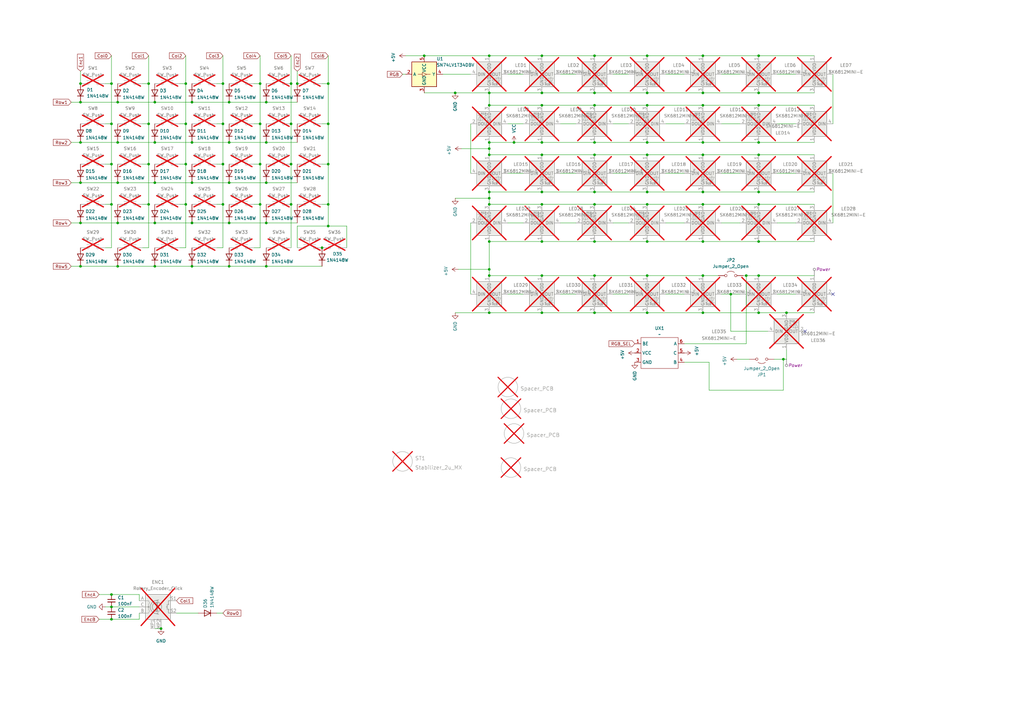
<source format=kicad_sch>
(kicad_sch (version 20231120) (generator "eeschema") (generator_version "8.0")
  (paper "A3")
  (title_block (title "RefleXion X65") (date "2024-02-06") (rev "v1.10") (company "Tweety's Wild Thinking") (comment 1 "Design: Markus Knutsson <markus.knutsson@tweety.se>") (comment 2 "Concept: Pedro Quaresma <pq@live.ie>") (comment 3 "https://github.com/TweetyDaBird") (comment 4 "Licensed under Creative Commons BY-SA 4.0 International"))
  (lib_symbols
    (symbol "Connector:USB_C_Receptacle_USB2.0" (pin_names (offset 1.016))
      (property "Reference" "J" (at -10.16 19.05 0))
      (property "Value" "USB_C_Receptacle_USB2.0" (at 19.05 19.05 0))
      (symbol "USB_C_Receptacle_USB2.0_1_1"
        (pin passive line (at 0 -22.86 90) (length 5.08) (name "GND") (number "A1"))
        (pin passive line (at 0 -22.86 90) (length 5.08) hide (name "GND") (number "A12"))
        (pin passive line (at 15.24 15.24 180) (length 5.08) (name "VBUS") (number "A4"))
        (pin bidirectional line (at 15.24 10.16 180) (length 5.08) (name "CC1") (number "A5"))
        (pin bidirectional line (at 15.24 -2.54 180) (length 5.08) (name "D+") (number "A6"))
        (pin bidirectional line (at 15.24 2.54 180) (length 5.08) (name "D-") (number "A7"))
        (pin bidirectional line (at 15.24 -12.7 180) (length 5.08) (name "SBU1") (number "A8"))
        (pin passive line (at 15.24 15.24 180) (length 5.08) hide (name "VBUS") (number "A9"))
        (pin passive line (at 0 -22.86 90) (length 5.08) hide (name "GND") (number "B1"))
        (pin passive line (at 0 -22.86 90) (length 5.08) hide (name "GND") (number "B12"))
        (pin passive line (at 15.24 15.24 180) (length 5.08) hide (name "VBUS") (number "B4"))
        (pin bidirectional line (at 15.24 7.62 180) (length 5.08) (name "CC2") (number "B5"))
        (pin bidirectional line (at 15.24 -5.08 180) (length 5.08) (name "D+") (number "B6"))
        (pin bidirectional line (at 15.24 0 180) (length 5.08) (name "D-") (number "B7"))
        (pin bidirectional line (at 15.24 -15.24 180) (length 5.08) (name "SBU2") (number "B8"))
        (pin passive line (at 15.24 15.24 180) (length 5.08) hide (name "VBUS") (number "B9"))
        (pin passive line (at -7.62 -22.86 90) (length 5.08) (name "SHIELD") (number "S1"))
      )
    )
    (symbol "Connector:USB_C_Receptacle_USB2.0_16P" (pin_names (offset 1.016))
      (property "Reference" "J" (at 0 22.225 0))
      (property "Value" "USB_C_Receptacle_USB2.0_16P" (at 0 19.685 0))
      (symbol "USB_C_Receptacle_USB2.0_16P_1_1"
        (pin passive line (at 0 -22.86 90) (length 5.08) (name "GND") (number "A1"))
        (pin passive line (at 0 -22.86 90) (length 5.08) hide (name "GND") (number "A12"))
        (pin passive line (at 15.24 15.24 180) (length 5.08) (name "VBUS") (number "A4"))
        (pin bidirectional line (at 15.24 10.16 180) (length 5.08) (name "CC1") (number "A5"))
        (pin bidirectional line (at 15.24 -2.54 180) (length 5.08) (name "D+") (number "A6"))
        (pin bidirectional line (at 15.24 2.54 180) (length 5.08) (name "D-") (number "A7"))
        (pin bidirectional line (at 15.24 -12.7 180) (length 5.08) (name "SBU1") (number "A8"))
        (pin passive line (at 15.24 15.24 180) (length 5.08) hide (name "VBUS") (number "A9"))
        (pin passive line (at 0 -22.86 90) (length 5.08) hide (name "GND") (number "B1"))
        (pin passive line (at 0 -22.86 90) (length 5.08) hide (name "GND") (number "B12"))
        (pin passive line (at 15.24 15.24 180) (length 5.08) hide (name "VBUS") (number "B4"))
        (pin bidirectional line (at 15.24 7.62 180) (length 5.08) (name "CC2") (number "B5"))
        (pin bidirectional line (at 15.24 -5.08 180) (length 5.08) (name "D+") (number "B6"))
        (pin bidirectional line (at 15.24 0 180) (length 5.08) (name "D-") (number "B7"))
        (pin bidirectional line (at 15.24 -15.24 180) (length 5.08) (name "SBU2") (number "B8"))
        (pin passive line (at 15.24 15.24 180) (length 5.08) hide (name "VBUS") (number "B9"))
        (pin passive line (at -7.62 -22.86 90) (length 5.08) (name "SHIELD") (number "S1"))
      )
    )
    (symbol "Device:C" (pin_numbers hide) (pin_names (offset 0.254))
      (property "Reference" "C" (at 0.635 2.54 0))
      (property "Value" "C" (at 0.635 -2.54 0))
      (symbol "C_1_1"
        (pin passive line (at 0 3.81 270) (length 2.794) (name "~") (number "1"))
        (pin passive line (at 0 -3.81 90) (length 2.794) (name "~") (number "2"))
      )
    )
    (symbol "Device:C_Small" (pin_numbers hide) (pin_names (offset 0.254) hide)
      (property "Reference" "C" (at 0.254 1.778 0))
      (property "Value" "C_Small" (at 0.254 -2.032 0))
      (symbol "C_Small_1_1"
        (pin passive line (at 0 2.54 270) (length 2.032) (name "~") (number "1"))
        (pin passive line (at 0 -2.54 90) (length 2.032) (name "~") (number "2"))
      )
    )
    (symbol "Device:Crystal_GND24" (pin_names (offset 1.016) hide)
      (property "Reference" "Y" (at 3.175 5.08 0))
      (property "Value" "Crystal_GND24" (at 3.175 3.175 0))
      (symbol "Crystal_GND24_1_1"
        (pin passive line (at -3.81 0 0) (length 1.27) (name "1") (number "1"))
        (pin passive line (at 0 5.08 270) (length 1.27) (name "2") (number "2"))
        (pin passive line (at 3.81 0 180) (length 1.27) (name "3") (number "3"))
        (pin passive line (at 0 -5.08 90) (length 1.27) (name "4") (number "4"))
      )
    )
    (symbol "Device:D_Schottky_Small" (pin_numbers hide) (pin_names (offset 0.254) hide)
      (property "Reference" "D" (at -1.27 2.032 0))
      (property "Value" "D_Schottky_Small" (at -7.112 -2.032 0))
      (symbol "D_Schottky_Small_1_1"
        (pin passive line (at -2.54 0 0) (length 1.778) (name "K") (number "1"))
        (pin passive line (at 2.54 0 180) (length 1.778) (name "A") (number "2"))
      )
    )
    (symbol "Device:Polyfuse_Small" (pin_numbers hide) (pin_names (offset 0))
      (property "Reference" "F" (at -1.905 0 90))
      (property "Value" "Polyfuse_Small" (at 1.905 0 90))
      (symbol "Polyfuse_Small_1_1"
        (pin passive line (at 0 2.54 270) (length 0.635) (name "~") (number "1"))
        (pin passive line (at 0 -2.54 90) (length 0.635) (name "~") (number "2"))
      )
    )
    (symbol "Device:R" (pin_numbers hide) (pin_names (offset 0))
      (property "Reference" "R" (at 2.032 0 90))
      (property "Value" "R" (at 0 0 90))
      (symbol "R_1_1"
        (pin passive line (at 0 3.81 270) (length 1.27) (name "~") (number "1"))
        (pin passive line (at 0 -3.81 90) (length 1.27) (name "~") (number "2"))
      )
    )
    (symbol "Device:R_Small" (pin_numbers hide) (pin_names (offset 0.254) hide)
      (property "Reference" "R" (at 0.762 0.508 0))
      (property "Value" "R_Small" (at 0.762 -1.016 0))
      (symbol "R_Small_1_1"
        (pin passive line (at 0 2.54 270) (length 0.762) (name "~") (number "1"))
        (pin passive line (at 0 -2.54 90) (length 0.762) (name "~") (number "2"))
      )
    )
    (symbol "Diode:1N4148W" (pin_numbers hide) (pin_names (offset 1.016) hide)
      (property "Reference" "D" (at 0 2.54 0))
      (property "Value" "1N4148W" (at 0 -2.54 0))
      (symbol "1N4148W_1_1"
        (pin passive line (at -3.81 0 0) (length 2.54) (name "K") (number "1"))
        (pin passive line (at 3.81 0 180) (length 2.54) (name "A") (number "2"))
      )
    )
    (symbol "Jumper:Jumper_2_Open" (pin_numbers hide) (pin_names (offset 0) hide) (exclude_from_sim yes)
      (property "Reference" "JP" (at 0 2.794 0))
      (property "Value" "Jumper_2_Open" (at 0 -2.286 0))
      (symbol "Jumper_2_Open_1_1"
        (pin passive line (at -5.08 0 0) (length 2.54) (name "A") (number "1"))
        (pin passive line (at 5.08 0 180) (length 2.54) (name "B") (number "2"))
      )
    )
    (symbol "Jumper:Jumper_3_Open" (pin_names (offset 0) hide)
      (property "Reference" "JP" (at -2.54 -2.54 0))
      (property "Value" "Jumper_3_Open" (at 0 2.794 0))
      (symbol "Jumper_3_Open_1_1"
        (pin passive line (at -6.35 0 0) (length 2.54) (name "A") (number "1"))
        (pin passive line (at 0 -3.81 90) (length 2.54) (name "C") (number "2"))
        (pin passive line (at 6.35 0 180) (length 2.54) (name "B") (number "3"))
      )
    )
    (symbol "Keyboard Common:OLED_4pin" (pin_names (offset 1.016))
      (property "Reference" "OLED" (at 0 5.08 0))
      (property "Value" "OLED_4pin" (at 0 -7.62 0))
      (symbol "OLED_4pin_1_1"
        (pin passive line (at -5.08 2.54 0) (length 3.81) (name "GND") (number "1"))
        (pin passive line (at -5.08 0 0) (length 3.81) (name "VCC") (number "2"))
        (pin passive line (at -5.08 -2.54 0) (length 3.81) (name "SCL") (number "3"))
        (pin passive line (at -5.08 -5.08 0) (length 3.81) (name "SDA") (number "4"))
      )
    )
    (symbol "Keyboard Common:PI5C3303"
      (property "Reference" "UX" (at 0 0 0))
      (symbol "PI5C3303_1_1"
        (pin input line (at -10.16 2.54 0) (length 2.54) (name "BE") (number "1"))
        (pin power_in line (at -10.16 -1.27 0) (length 2.54) (name "VCC") (number "2"))
        (pin power_out line (at -10.16 -5.08 0) (length 2.54) (name "GND") (number "3"))
        (pin input line (at 10.16 -5.08 180) (length 2.54) (name "B") (number "4"))
        (pin input line (at 10.16 -1.27 180) (length 2.54) (name "C") (number "5"))
        (pin input line (at 10.16 2.54 180) (length 2.54) (name "A") (number "6"))
      )
    )
    (symbol "Keyboard Common:SK6812MINI-E" (pin_names (offset 0.254))
      (property "Reference" "RGB" (at 5.08 5.715 0))
      (symbol "SK6812MINI-E_0_0"
        (text "RGB" (at 2.286 -4.191 0) (effects (font (size 0.762 0.762))))
      )
      (symbol "SK6812MINI-E_1_1"
        (pin power_in line (at 0 7.62 270) (length 2.54) (name "VDD") (number "1"))
        (pin output line (at 7.62 0 180) (length 2.54) (name "DOUT") (number "2"))
        (pin power_in line (at 0 -7.62 90) (length 2.54) (name "GND") (number "3"))
        (pin input line (at -7.62 0 0) (length 2.54) (name "DIN") (number "4"))
      )
    )
    (symbol "Keyboard Common:TS-A002" (pin_numbers hide) (pin_names (offset 1.016) hide)
      (property "Reference" "RES1" (at 1.27 2.54 0))
      (property "Value" "TS-A002" (at 0 -1.524 0))
      (symbol "TS-A002_0_1"
        (pin passive line (at -5.08 0 0) (length 2.54) (name "1") (number "1"))
        (pin passive line (at 5.08 0 180) (length 2.54) (name "2") (number "2"))
        (pin passive line (at 0 -2.54 90) (length 2.54) (name "3") (number "3"))
      )
    )
    (symbol "Keyboard Switches:Rotary_Encoder_Click" (pin_names (offset 0.254) hide)
      (property "Reference" "ENC" (at 0 6.604 0))
      (property "Value" "Rotary_Encoder_Click" (at 0 8.89 0))
      (symbol "Rotary_Encoder_Click_1_1"
        (pin passive line (at -7.62 2.54 0) (length 2.54) (name "A") (number "A"))
        (pin passive line (at -7.62 -2.54 0) (length 2.54) (name "B") (number "B"))
        (pin passive line (at -7.62 0 0) (length 2.54) (name "C") (number "C"))
        (pin power_in line (at -1.27 -8.89 90) (length 3.7084) (name "GND") (number "MP1"))
        (pin power_in line (at 1.27 -8.89 90) (length 3.7592) (name "GND") (number "MP2"))
        (pin passive line (at 7.62 2.54 180) (length 2.54) (name "S1") (number "S1"))
        (pin passive line (at 7.62 -2.54 180) (length 2.54) (name "S2") (number "S2"))
      )
    )
    (symbol "Keyboard Switches:SW_MX_HotSwap_Reversible" (pin_numbers hide) (pin_names (offset 1.016) hide)
      (property "Reference" "SW" (at 1.27 2.54 0))
      (property "Value" "SW_MX_HotSwap_Reversible" (at 0 -1.524 0))
      (symbol "SW_MX_HotSwap_Reversible_0_1"
        (pin passive line (at -5.08 0 0) (length 2.54) (name "1") (number "1"))
        (pin passive line (at 5.08 0 180) (length 2.54) (name "2") (number "2"))
      )
    )
    (symbol "Keyboard Switches:Stabilizer_2u_MX" (pin_names (offset 1.016))
      (property "Reference" "ST1" (at 0 -1.27 0))
      (property "Value" "Stabilizer_2u_MX" (at 0 1.27 0))
    )
    (symbol "Keyboard_Plate:Spacer_PCB" (pin_names (offset 1.016))
      (property "Value" "Spacer_PCB" (at 0 1.27 0))
    )
    (symbol "LCSC Parts:Ferrite Bead" (pin_numbers hide) (pin_names (offset 0))
      (property "Reference" "FB" (at 1.905 1.27 0))
      (property "Value" "Ferrite Bead" (at 1.905 -1.27 0))
      (symbol "Ferrite Bead_1_1"
        (pin passive line (at 0 2.54 270) (length 1.27) (name "~") (number "1"))
        (pin passive line (at 0 -2.54 90) (length 1.27) (name "~") (number "2"))
      )
    )
    (symbol "LCSC Parts:SRV05-4" (pin_names (offset 0))
      (property "Reference" "U" (at -5.08 11.43 0))
      (property "Value" "SRV05-4" (at 2.54 11.43 0))
      (symbol "SRV05-4_1_1"
        (pin passive line (at -12.7 2.54 0) (length 5.08) (name "IO1") (number "1"))
        (pin passive line (at 0 -12.7 90) (length 2.54) (name "VN") (number "2"))
        (pin passive line (at -12.7 -2.54 0) (length 5.08) (name "IO2") (number "3"))
        (pin passive line (at 12.7 2.54 180) (length 5.08) (name "IO3") (number "4"))
        (pin passive line (at 0 12.7 270) (length 2.54) (name "VP") (number "5"))
        (pin passive line (at 12.7 -2.54 180) (length 5.08) (name "IO4") (number "6"))
      )
    )
    (symbol "Logic_LevelTranslator:SN74LV1T34DBV"
      (property "Reference" "U" (at 5.08 6.35 0))
      (property "Value" "SN74LV1T34DBV" (at 5.08 3.81 0))
      (symbol "SN74LV1T34DBV_1_1"
        (pin no_connect line (at -5.08 2.54 0) (length 2.54) hide (name "NC") (number "1"))
        (pin input line (at -7.62 0 0) (length 2.54) (name "A") (number "2"))
        (pin power_in line (at 0 -7.62 90) (length 2.54) (name "GND") (number "3"))
        (pin output line (at 7.62 0 180) (length 2.54) (name "Y") (number "4"))
        (pin power_in line (at 0 7.62 270) (length 2.54) (name "VCC") (number "5"))
      )
    )
    (symbol "Logotypes:CC-BY-SA-4.0" (pin_names (offset 1.016))
      (property "Reference" "Logo" (at 0 1.27 0))
      (property "Value" "CC-BY-SA-4.0" (at 0 -1.27 0))
    )
    (symbol "Logotypes:QMK_Logo" (pin_numbers hide) (pin_names (offset 0) hide) (in_bom no)
      (property "Reference" "Logo" (at 0 0 0))
      (property "Value" "QMK_Logo" (at 0 2.54 0))
    )
    (symbol "MCU_RaspberryPi:RP2040"
      (property "Reference" "U" (at 17.78 45.72 0))
      (property "Value" "RP2040" (at 17.78 43.18 0))
      (symbol "RP2040_1_1"
        (pin power_in line (at 2.54 45.72 270) (length 3.81) (name "IOVDD") (number "1"))
        (pin passive line (at 2.54 45.72 270) (length 3.81) hide (name "IOVDD") (number "10"))
        (pin bidirectional line (at 25.4 17.78 180) (length 3.81) (name "GPIO8") (number "11"))
        (pin bidirectional line (at 25.4 15.24 180) (length 3.81) (name "GPIO9") (number "12"))
        (pin bidirectional line (at 25.4 12.7 180) (length 3.81) (name "GPIO10") (number "13"))
        (pin bidirectional line (at 25.4 10.16 180) (length 3.81) (name "GPIO11") (number "14"))
        (pin bidirectional line (at 25.4 7.62 180) (length 3.81) (name "GPIO12") (number "15"))
        (pin bidirectional line (at 25.4 5.08 180) (length 3.81) (name "GPIO13") (number "16"))
        (pin bidirectional line (at 25.4 2.54 180) (length 3.81) (name "GPIO14") (number "17"))
        (pin bidirectional line (at 25.4 0 180) (length 3.81) (name "GPIO15") (number "18"))
        (pin input line (at -25.4 -38.1 0) (length 3.81) (name "TESTEN") (number "19"))
        (pin bidirectional line (at 25.4 38.1 180) (length 3.81) (name "GPIO0") (number "2"))
        (pin input line (at -25.4 -7.62 0) (length 3.81) (name "XIN") (number "20"))
        (pin passive line (at -25.4 -17.78 0) (length 3.81) (name "XOUT") (number "21"))
        (pin passive line (at 2.54 45.72 270) (length 3.81) hide (name "IOVDD") (number "22"))
        (pin power_in line (at -2.54 45.72 270) (length 3.81) (name "DVDD") (number "23"))
        (pin input line (at -25.4 -27.94 0) (length 3.81) (name "SWCLK") (number "24"))
        (pin bidirectional line (at -25.4 -30.48 0) (length 3.81) (name "SWD") (number "25"))
        (pin input line (at -25.4 38.1 0) (length 3.81) (name "RUN") (number "26"))
        (pin bidirectional line (at 25.4 -2.54 180) (length 3.81) (name "GPIO16") (number "27"))
        (pin bidirectional line (at 25.4 -5.08 180) (length 3.81) (name "GPIO17") (number "28"))
        (pin bidirectional line (at 25.4 -7.62 180) (length 3.81) (name "GPIO18") (number "29"))
        (pin bidirectional line (at 25.4 35.56 180) (length 3.81) (name "GPIO1") (number "3"))
        (pin bidirectional line (at 25.4 -10.16 180) (length 3.81) (name "GPIO19") (number "30"))
        (pin bidirectional line (at 25.4 -12.7 180) (length 3.81) (name "GPIO20") (number "31"))
        (pin bidirectional line (at 25.4 -15.24 180) (length 3.81) (name "GPIO21") (number "32"))
        (pin passive line (at 2.54 45.72 270) (length 3.81) hide (name "IOVDD") (number "33"))
        (pin bidirectional line (at 25.4 -17.78 180) (length 3.81) (name "GPIO22") (number "34"))
        (pin bidirectional line (at 25.4 -20.32 180) (length 3.81) (name "GPIO23") (number "35"))
        (pin bidirectional line (at 25.4 -22.86 180) (length 3.81) (name "GPIO24") (number "36"))
        (pin bidirectional line (at 25.4 -25.4 180) (length 3.81) (name "GPIO25") (number "37"))
        (pin bidirectional line (at 25.4 -30.48 180) (length 3.81) (name "GPIO26_ADC0") (number "38"))
        (pin bidirectional line (at 25.4 -33.02 180) (length 3.81) (name "GPIO27_ADC1") (number "39"))
        (pin bidirectional line (at 25.4 33.02 180) (length 3.81) (name "GPIO2") (number "4"))
        (pin bidirectional line (at 25.4 -35.56 180) (length 3.81) (name "GPIO28_ADC2") (number "40"))
        (pin bidirectional line (at 25.4 -38.1 180) (length 3.81) (name "GPIO29_ADC3") (number "41"))
        (pin passive line (at 2.54 45.72 270) (length 3.81) hide (name "IOVDD") (number "42"))
        (pin power_in line (at 7.62 45.72 270) (length 3.81) (name "ADC_AVDD") (number "43"))
        (pin power_in line (at 10.16 45.72 270) (length 3.81) (name "VREG_IN") (number "44"))
        (pin power_out line (at -5.08 45.72 270) (length 3.81) (name "VREG_VOUT") (number "45"))
        (pin bidirectional line (at -25.4 27.94 0) (length 3.81) (name "USB_DM") (number "46"))
        (pin bidirectional line (at -25.4 30.48 0) (length 3.81) (name "USB_DP") (number "47"))
        (pin power_in line (at 5.08 45.72 270) (length 3.81) (name "USB_VDD") (number "48"))
        (pin passive line (at 2.54 45.72 270) (length 3.81) hide (name "IOVDD") (number "49"))
        (pin bidirectional line (at 25.4 30.48 180) (length 3.81) (name "GPIO3") (number "5"))
        (pin passive line (at -2.54 45.72 270) (length 3.81) hide (name "DVDD") (number "50"))
        (pin bidirectional line (at -25.4 7.62 0) (length 3.81) (name "QSPI_SD3") (number "51"))
        (pin output line (at -25.4 5.08 0) (length 3.81) (name "QSPI_SCLK") (number "52"))
        (pin bidirectional line (at -25.4 15.24 0) (length 3.81) (name "QSPI_SD0") (number "53"))
        (pin bidirectional line (at -25.4 10.16 0) (length 3.81) (name "QSPI_SD2") (number "54"))
        (pin bidirectional line (at -25.4 12.7 0) (length 3.81) (name "QSPI_SD1") (number "55"))
        (pin bidirectional line (at -25.4 20.32 0) (length 3.81) (name "QSPI_SS") (number "56"))
        (pin power_in line (at 0 -45.72 90) (length 3.81) (name "GND") (number "57"))
        (pin bidirectional line (at 25.4 27.94 180) (length 3.81) (name "GPIO4") (number "6"))
        (pin bidirectional line (at 25.4 25.4 180) (length 3.81) (name "GPIO5") (number "7"))
        (pin bidirectional line (at 25.4 22.86 180) (length 3.81) (name "GPIO6") (number "8"))
        (pin bidirectional line (at 25.4 20.32 180) (length 3.81) (name "GPIO7") (number "9"))
      )
    )
    (symbol "Memory_Flash:W25Q32JVSS"
      (property "Reference" "U" (at -6.35 11.43 0))
      (property "Value" "W25Q32JVSS" (at 7.62 11.43 0))
      (symbol "W25Q32JVSS_1_1"
        (pin input line (at -10.16 7.62 0) (length 2.54) (name "~{CS}") (number "1"))
        (pin bidirectional line (at -10.16 0 0) (length 2.54) (name "DO(IO1)") (number "2"))
        (pin bidirectional line (at -10.16 -2.54 0) (length 2.54) (name "IO2") (number "3"))
        (pin power_in line (at 0 -12.7 90) (length 2.54) (name "GND") (number "4"))
        (pin bidirectional line (at -10.16 2.54 0) (length 2.54) (name "DI(IO0)") (number "5"))
        (pin input line (at -10.16 5.08 0) (length 2.54) (name "CLK") (number "6"))
        (pin bidirectional line (at -10.16 -5.08 0) (length 2.54) (name "IO3") (number "7"))
        (pin power_in line (at 0 12.7 270) (length 2.54) (name "VCC") (number "8"))
      )
    )
    (symbol "Regulator_Linear:SPX3819M5-L-3-3" (pin_names (offset 0.254))
      (property "Reference" "U" (at -3.81 5.715 0))
      (property "Value" "SPX3819M5-L-3-3" (at 0 5.715 0))
      (symbol "SPX3819M5-L-3-3_1_1"
        (pin power_in line (at -7.62 2.54 0) (length 2.54) (name "IN") (number "1"))
        (pin power_in line (at 0 -7.62 90) (length 2.54) (name "GND") (number "2"))
        (pin input line (at -7.62 0 0) (length 2.54) (name "EN") (number "3"))
        (pin input line (at 7.62 0 180) (length 2.54) (name "BP") (number "4"))
        (pin power_out line (at 7.62 2.54 180) (length 2.54) (name "OUT") (number "5"))
      )
    )
    (symbol "SK6812MINI-E_1" (pin_names (offset 0.254))
      (property "Reference" "RGB" (at 5.08 5.715 0))
      (symbol "SK6812MINI-E_1_0_0"
        (text "RGB" (at 2.286 -4.191 0) (effects (font (size 0.762 0.762))))
      )
      (symbol "SK6812MINI-E_1_1_1"
        (pin power_in line (at 0 7.62 270) (length 2.54) (name "VDD") (number "1"))
        (pin output line (at 7.62 0 180) (length 2.54) (name "DOUT") (number "2"))
        (pin power_in line (at 0 -7.62 90) (length 2.54) (name "GND") (number "3"))
        (pin input line (at -7.62 0 0) (length 2.54) (name "DIN") (number "4"))
      )
    )
    (symbol "SK6812MINI-E_10" (pin_names (offset 0.254))
      (property "Reference" "RGB" (at 5.08 5.715 0))
      (symbol "SK6812MINI-E_10_0_0"
        (text "RGB" (at 2.286 -4.191 0) (effects (font (size 0.762 0.762))))
      )
      (symbol "SK6812MINI-E_10_1_1"
        (pin power_in line (at 0 7.62 270) (length 2.54) (name "VDD") (number "1"))
        (pin output line (at 7.62 0 180) (length 2.54) (name "DOUT") (number "2"))
        (pin power_in line (at 0 -7.62 90) (length 2.54) (name "GND") (number "3"))
        (pin input line (at -7.62 0 0) (length 2.54) (name "DIN") (number "4"))
      )
    )
    (symbol "SK6812MINI-E_11" (pin_names (offset 0.254))
      (property "Reference" "RGB" (at 5.08 5.715 0))
      (symbol "SK6812MINI-E_11_0_0"
        (text "RGB" (at 2.286 -4.191 0) (effects (font (size 0.762 0.762))))
      )
      (symbol "SK6812MINI-E_11_1_1"
        (pin power_in line (at 0 7.62 270) (length 2.54) (name "VDD") (number "1"))
        (pin output line (at 7.62 0 180) (length 2.54) (name "DOUT") (number "2"))
        (pin power_in line (at 0 -7.62 90) (length 2.54) (name "GND") (number "3"))
        (pin input line (at -7.62 0 0) (length 2.54) (name "DIN") (number "4"))
      )
    )
    (symbol "SK6812MINI-E_12" (pin_names (offset 0.254))
      (property "Reference" "RGB" (at 5.08 5.715 0))
      (symbol "SK6812MINI-E_12_0_0"
        (text "RGB" (at 2.286 -4.191 0) (effects (font (size 0.762 0.762))))
      )
      (symbol "SK6812MINI-E_12_1_1"
        (pin power_in line (at 0 7.62 270) (length 2.54) (name "VDD") (number "1"))
        (pin output line (at 7.62 0 180) (length 2.54) (name "DOUT") (number "2"))
        (pin power_in line (at 0 -7.62 90) (length 2.54) (name "GND") (number "3"))
        (pin input line (at -7.62 0 0) (length 2.54) (name "DIN") (number "4"))
      )
    )
    (symbol "SK6812MINI-E_13" (pin_names (offset 0.254))
      (property "Reference" "RGB" (at 5.08 5.715 0))
      (symbol "SK6812MINI-E_13_0_0"
        (text "RGB" (at 2.286 -4.191 0) (effects (font (size 0.762 0.762))))
      )
      (symbol "SK6812MINI-E_13_1_1"
        (pin power_in line (at 0 7.62 270) (length 2.54) (name "VDD") (number "1"))
        (pin output line (at 7.62 0 180) (length 2.54) (name "DOUT") (number "2"))
        (pin power_in line (at 0 -7.62 90) (length 2.54) (name "GND") (number "3"))
        (pin input line (at -7.62 0 0) (length 2.54) (name "DIN") (number "4"))
      )
    )
    (symbol "SK6812MINI-E_14" (pin_names (offset 0.254))
      (property "Reference" "RGB" (at 5.08 5.715 0))
      (symbol "SK6812MINI-E_14_0_0"
        (text "RGB" (at 2.286 -4.191 0) (effects (font (size 0.762 0.762))))
      )
      (symbol "SK6812MINI-E_14_1_1"
        (pin power_in line (at 0 7.62 270) (length 2.54) (name "VDD") (number "1"))
        (pin output line (at 7.62 0 180) (length 2.54) (name "DOUT") (number "2"))
        (pin power_in line (at 0 -7.62 90) (length 2.54) (name "GND") (number "3"))
        (pin input line (at -7.62 0 0) (length 2.54) (name "DIN") (number "4"))
      )
    )
    (symbol "SK6812MINI-E_15" (pin_names (offset 0.254))
      (property "Reference" "RGB" (at 5.08 5.715 0))
      (symbol "SK6812MINI-E_15_0_0"
        (text "RGB" (at 2.286 -4.191 0) (effects (font (size 0.762 0.762))))
      )
      (symbol "SK6812MINI-E_15_1_1"
        (pin power_in line (at 0 7.62 270) (length 2.54) (name "VDD") (number "1"))
        (pin output line (at 7.62 0 180) (length 2.54) (name "DOUT") (number "2"))
        (pin power_in line (at 0 -7.62 90) (length 2.54) (name "GND") (number "3"))
        (pin input line (at -7.62 0 0) (length 2.54) (name "DIN") (number "4"))
      )
    )
    (symbol "SK6812MINI-E_16" (pin_names (offset 0.254))
      (property "Reference" "RGB" (at 5.08 5.715 0))
      (symbol "SK6812MINI-E_16_0_0"
        (text "RGB" (at 2.286 -4.191 0) (effects (font (size 0.762 0.762))))
      )
      (symbol "SK6812MINI-E_16_1_1"
        (pin power_in line (at 0 7.62 270) (length 2.54) (name "VDD") (number "1"))
        (pin output line (at 7.62 0 180) (length 2.54) (name "DOUT") (number "2"))
        (pin power_in line (at 0 -7.62 90) (length 2.54) (name "GND") (number "3"))
        (pin input line (at -7.62 0 0) (length 2.54) (name "DIN") (number "4"))
      )
    )
    (symbol "SK6812MINI-E_17" (pin_names (offset 0.254))
      (property "Reference" "RGB" (at 5.08 5.715 0))
      (symbol "SK6812MINI-E_17_0_0"
        (text "RGB" (at 2.286 -4.191 0) (effects (font (size 0.762 0.762))))
      )
      (symbol "SK6812MINI-E_17_1_1"
        (pin power_in line (at 0 7.62 270) (length 2.54) (name "VDD") (number "1"))
        (pin output line (at 7.62 0 180) (length 2.54) (name "DOUT") (number "2"))
        (pin power_in line (at 0 -7.62 90) (length 2.54) (name "GND") (number "3"))
        (pin input line (at -7.62 0 0) (length 2.54) (name "DIN") (number "4"))
      )
    )
    (symbol "SK6812MINI-E_18" (pin_names (offset 0.254))
      (property "Reference" "RGB" (at 5.08 5.715 0))
      (symbol "SK6812MINI-E_18_0_0"
        (text "RGB" (at 2.286 -4.191 0) (effects (font (size 0.762 0.762))))
      )
      (symbol "SK6812MINI-E_18_1_1"
        (pin power_in line (at 0 7.62 270) (length 2.54) (name "VDD") (number "1"))
        (pin output line (at 7.62 0 180) (length 2.54) (name "DOUT") (number "2"))
        (pin power_in line (at 0 -7.62 90) (length 2.54) (name "GND") (number "3"))
        (pin input line (at -7.62 0 0) (length 2.54) (name "DIN") (number "4"))
      )
    )
    (symbol "SK6812MINI-E_19" (pin_names (offset 0.254))
      (property "Reference" "RGB" (at 5.08 5.715 0))
      (symbol "SK6812MINI-E_19_0_0"
        (text "RGB" (at 2.286 -4.191 0) (effects (font (size 0.762 0.762))))
      )
      (symbol "SK6812MINI-E_19_1_1"
        (pin power_in line (at 0 7.62 270) (length 2.54) (name "VDD") (number "1"))
        (pin output line (at 7.62 0 180) (length 2.54) (name "DOUT") (number "2"))
        (pin power_in line (at 0 -7.62 90) (length 2.54) (name "GND") (number "3"))
        (pin input line (at -7.62 0 0) (length 2.54) (name "DIN") (number "4"))
      )
    )
    (symbol "SK6812MINI-E_2" (pin_names (offset 0.254))
      (property "Reference" "RGB" (at 5.08 5.715 0))
      (symbol "SK6812MINI-E_2_0_0"
        (text "RGB" (at 2.286 -4.191 0) (effects (font (size 0.762 0.762))))
      )
      (symbol "SK6812MINI-E_2_1_1"
        (pin power_in line (at 0 7.62 270) (length 2.54) (name "VDD") (number "1"))
        (pin output line (at 7.62 0 180) (length 2.54) (name "DOUT") (number "2"))
        (pin power_in line (at 0 -7.62 90) (length 2.54) (name "GND") (number "3"))
        (pin input line (at -7.62 0 0) (length 2.54) (name "DIN") (number "4"))
      )
    )
    (symbol "SK6812MINI-E_20" (pin_names (offset 0.254))
      (property "Reference" "RGB" (at 5.08 5.715 0))
      (symbol "SK6812MINI-E_20_0_0"
        (text "RGB" (at 2.286 -4.191 0) (effects (font (size 0.762 0.762))))
      )
      (symbol "SK6812MINI-E_20_1_1"
        (pin power_in line (at 0 7.62 270) (length 2.54) (name "VDD") (number "1"))
        (pin output line (at 7.62 0 180) (length 2.54) (name "DOUT") (number "2"))
        (pin power_in line (at 0 -7.62 90) (length 2.54) (name "GND") (number "3"))
        (pin input line (at -7.62 0 0) (length 2.54) (name "DIN") (number "4"))
      )
    )
    (symbol "SK6812MINI-E_21" (pin_names (offset 0.254))
      (property "Reference" "RGB" (at 5.08 5.715 0))
      (symbol "SK6812MINI-E_21_0_0"
        (text "RGB" (at 2.286 -4.191 0) (effects (font (size 0.762 0.762))))
      )
      (symbol "SK6812MINI-E_21_1_1"
        (pin power_in line (at 0 7.62 270) (length 2.54) (name "VDD") (number "1"))
        (pin output line (at 7.62 0 180) (length 2.54) (name "DOUT") (number "2"))
        (pin power_in line (at 0 -7.62 90) (length 2.54) (name "GND") (number "3"))
        (pin input line (at -7.62 0 0) (length 2.54) (name "DIN") (number "4"))
      )
    )
    (symbol "SK6812MINI-E_22" (pin_names (offset 0.254))
      (property "Reference" "RGB" (at 5.08 5.715 0))
      (symbol "SK6812MINI-E_22_0_0"
        (text "RGB" (at 2.286 -4.191 0) (effects (font (size 0.762 0.762))))
      )
      (symbol "SK6812MINI-E_22_1_1"
        (pin power_in line (at 0 7.62 270) (length 2.54) (name "VDD") (number "1"))
        (pin output line (at 7.62 0 180) (length 2.54) (name "DOUT") (number "2"))
        (pin power_in line (at 0 -7.62 90) (length 2.54) (name "GND") (number "3"))
        (pin input line (at -7.62 0 0) (length 2.54) (name "DIN") (number "4"))
      )
    )
    (symbol "SK6812MINI-E_23" (pin_names (offset 0.254))
      (property "Reference" "RGB" (at 5.08 5.715 0))
      (symbol "SK6812MINI-E_23_0_0"
        (text "RGB" (at 2.286 -4.191 0) (effects (font (size 0.762 0.762))))
      )
      (symbol "SK6812MINI-E_23_1_1"
        (pin power_in line (at 0 7.62 270) (length 2.54) (name "VDD") (number "1"))
        (pin output line (at 7.62 0 180) (length 2.54) (name "DOUT") (number "2"))
        (pin power_in line (at 0 -7.62 90) (length 2.54) (name "GND") (number "3"))
        (pin input line (at -7.62 0 0) (length 2.54) (name "DIN") (number "4"))
      )
    )
    (symbol "SK6812MINI-E_24" (pin_names (offset 0.254))
      (property "Reference" "RGB" (at 5.08 5.715 0))
      (symbol "SK6812MINI-E_24_0_0"
        (text "RGB" (at 2.286 -4.191 0) (effects (font (size 0.762 0.762))))
      )
      (symbol "SK6812MINI-E_24_1_1"
        (pin power_in line (at 0 7.62 270) (length 2.54) (name "VDD") (number "1"))
        (pin output line (at 7.62 0 180) (length 2.54) (name "DOUT") (number "2"))
        (pin power_in line (at 0 -7.62 90) (length 2.54) (name "GND") (number "3"))
        (pin input line (at -7.62 0 0) (length 2.54) (name "DIN") (number "4"))
      )
    )
    (symbol "SK6812MINI-E_25" (pin_names (offset 0.254))
      (property "Reference" "RGB" (at 5.08 5.715 0))
      (symbol "SK6812MINI-E_25_0_0"
        (text "RGB" (at 2.286 -4.191 0) (effects (font (size 0.762 0.762))))
      )
      (symbol "SK6812MINI-E_25_1_1"
        (pin power_in line (at 0 7.62 270) (length 2.54) (name "VDD") (number "1"))
        (pin output line (at 7.62 0 180) (length 2.54) (name "DOUT") (number "2"))
        (pin power_in line (at 0 -7.62 90) (length 2.54) (name "GND") (number "3"))
        (pin input line (at -7.62 0 0) (length 2.54) (name "DIN") (number "4"))
      )
    )
    (symbol "SK6812MINI-E_26" (pin_names (offset 0.254))
      (property "Reference" "RGB" (at 5.08 5.715 0))
      (symbol "SK6812MINI-E_26_0_0"
        (text "RGB" (at 2.286 -4.191 0) (effects (font (size 0.762 0.762))))
      )
      (symbol "SK6812MINI-E_26_1_1"
        (pin power_in line (at 0 7.62 270) (length 2.54) (name "VDD") (number "1"))
        (pin output line (at 7.62 0 180) (length 2.54) (name "DOUT") (number "2"))
        (pin power_in line (at 0 -7.62 90) (length 2.54) (name "GND") (number "3"))
        (pin input line (at -7.62 0 0) (length 2.54) (name "DIN") (number "4"))
      )
    )
    (symbol "SK6812MINI-E_27" (pin_names (offset 0.254))
      (property "Reference" "RGB" (at 5.08 5.715 0))
      (symbol "SK6812MINI-E_27_0_0"
        (text "RGB" (at 2.286 -4.191 0) (effects (font (size 0.762 0.762))))
      )
      (symbol "SK6812MINI-E_27_1_1"
        (pin power_in line (at 0 7.62 270) (length 2.54) (name "VDD") (number "1"))
        (pin output line (at 7.62 0 180) (length 2.54) (name "DOUT") (number "2"))
        (pin power_in line (at 0 -7.62 90) (length 2.54) (name "GND") (number "3"))
        (pin input line (at -7.62 0 0) (length 2.54) (name "DIN") (number "4"))
      )
    )
    (symbol "SK6812MINI-E_28" (pin_names (offset 0.254))
      (property "Reference" "RGB" (at 5.08 5.715 0))
      (symbol "SK6812MINI-E_28_0_0"
        (text "RGB" (at 2.286 -4.191 0) (effects (font (size 0.762 0.762))))
      )
      (symbol "SK6812MINI-E_28_1_1"
        (pin power_in line (at 0 7.62 270) (length 2.54) (name "VDD") (number "1"))
        (pin output line (at 7.62 0 180) (length 2.54) (name "DOUT") (number "2"))
        (pin power_in line (at 0 -7.62 90) (length 2.54) (name "GND") (number "3"))
        (pin input line (at -7.62 0 0) (length 2.54) (name "DIN") (number "4"))
      )
    )
    (symbol "SK6812MINI-E_29" (pin_names (offset 0.254))
      (property "Reference" "RGB" (at 5.08 5.715 0))
      (symbol "SK6812MINI-E_29_0_0"
        (text "RGB" (at 2.286 -4.191 0) (effects (font (size 0.762 0.762))))
      )
      (symbol "SK6812MINI-E_29_1_1"
        (pin power_in line (at 0 7.62 270) (length 2.54) (name "VDD") (number "1"))
        (pin output line (at 7.62 0 180) (length 2.54) (name "DOUT") (number "2"))
        (pin power_in line (at 0 -7.62 90) (length 2.54) (name "GND") (number "3"))
        (pin input line (at -7.62 0 0) (length 2.54) (name "DIN") (number "4"))
      )
    )
    (symbol "SK6812MINI-E_3" (pin_names (offset 0.254))
      (property "Reference" "RGB" (at 5.08 5.715 0))
      (symbol "SK6812MINI-E_3_0_0"
        (text "RGB" (at 2.286 -4.191 0) (effects (font (size 0.762 0.762))))
      )
      (symbol "SK6812MINI-E_3_1_1"
        (pin power_in line (at 0 7.62 270) (length 2.54) (name "VDD") (number "1"))
        (pin output line (at 7.62 0 180) (length 2.54) (name "DOUT") (number "2"))
        (pin power_in line (at 0 -7.62 90) (length 2.54) (name "GND") (number "3"))
        (pin input line (at -7.62 0 0) (length 2.54) (name "DIN") (number "4"))
      )
    )
    (symbol "SK6812MINI-E_30" (pin_names (offset 0.254))
      (property "Reference" "RGB" (at 5.08 5.715 0))
      (symbol "SK6812MINI-E_30_0_0"
        (text "RGB" (at 2.286 -4.191 0) (effects (font (size 0.762 0.762))))
      )
      (symbol "SK6812MINI-E_30_1_1"
        (pin power_in line (at 0 7.62 270) (length 2.54) (name "VDD") (number "1"))
        (pin output line (at 7.62 0 180) (length 2.54) (name "DOUT") (number "2"))
        (pin power_in line (at 0 -7.62 90) (length 2.54) (name "GND") (number "3"))
        (pin input line (at -7.62 0 0) (length 2.54) (name "DIN") (number "4"))
      )
    )
    (symbol "SK6812MINI-E_31" (pin_names (offset 0.254))
      (property "Reference" "RGB" (at 5.08 5.715 0))
      (symbol "SK6812MINI-E_31_0_0"
        (text "RGB" (at 2.286 -4.191 0) (effects (font (size 0.762 0.762))))
      )
      (symbol "SK6812MINI-E_31_1_1"
        (pin power_in line (at 0 7.62 270) (length 2.54) (name "VDD") (number "1"))
        (pin output line (at 7.62 0 180) (length 2.54) (name "DOUT") (number "2"))
        (pin power_in line (at 0 -7.62 90) (length 2.54) (name "GND") (number "3"))
        (pin input line (at -7.62 0 0) (length 2.54) (name "DIN") (number "4"))
      )
    )
    (symbol "SK6812MINI-E_32" (pin_names (offset 0.254))
      (property "Reference" "RGB" (at 5.08 5.715 0))
      (symbol "SK6812MINI-E_32_0_0"
        (text "RGB" (at 2.286 -4.191 0) (effects (font (size 0.762 0.762))))
      )
      (symbol "SK6812MINI-E_32_1_1"
        (pin power_in line (at 0 7.62 270) (length 2.54) (name "VDD") (number "1"))
        (pin output line (at 7.62 0 180) (length 2.54) (name "DOUT") (number "2"))
        (pin power_in line (at 0 -7.62 90) (length 2.54) (name "GND") (number "3"))
        (pin input line (at -7.62 0 0) (length 2.54) (name "DIN") (number "4"))
      )
    )
    (symbol "SK6812MINI-E_33" (pin_names (offset 0.254))
      (property "Reference" "RGB" (at 5.08 5.715 0))
      (symbol "SK6812MINI-E_33_0_0"
        (text "RGB" (at 2.286 -4.191 0) (effects (font (size 0.762 0.762))))
      )
      (symbol "SK6812MINI-E_33_1_1"
        (pin power_in line (at 0 7.62 270) (length 2.54) (name "VDD") (number "1"))
        (pin output line (at 7.62 0 180) (length 2.54) (name "DOUT") (number "2"))
        (pin power_in line (at 0 -7.62 90) (length 2.54) (name "GND") (number "3"))
        (pin input line (at -7.62 0 0) (length 2.54) (name "DIN") (number "4"))
      )
    )
    (symbol "SK6812MINI-E_4" (pin_names (offset 0.254))
      (property "Reference" "RGB" (at 5.08 5.715 0))
      (symbol "SK6812MINI-E_4_0_0"
        (text "RGB" (at 2.286 -4.191 0) (effects (font (size 0.762 0.762))))
      )
      (symbol "SK6812MINI-E_4_1_1"
        (pin power_in line (at 0 7.62 270) (length 2.54) (name "VDD") (number "1"))
        (pin output line (at 7.62 0 180) (length 2.54) (name "DOUT") (number "2"))
        (pin power_in line (at 0 -7.62 90) (length 2.54) (name "GND") (number "3"))
        (pin input line (at -7.62 0 0) (length 2.54) (name "DIN") (number "4"))
      )
    )
    (symbol "SK6812MINI-E_5" (pin_names (offset 0.254))
      (property "Reference" "RGB" (at 5.08 5.715 0))
      (symbol "SK6812MINI-E_5_0_0"
        (text "RGB" (at 2.286 -4.191 0) (effects (font (size 0.762 0.762))))
      )
      (symbol "SK6812MINI-E_5_1_1"
        (pin power_in line (at 0 7.62 270) (length 2.54) (name "VDD") (number "1"))
        (pin output line (at 7.62 0 180) (length 2.54) (name "DOUT") (number "2"))
        (pin power_in line (at 0 -7.62 90) (length 2.54) (name "GND") (number "3"))
        (pin input line (at -7.62 0 0) (length 2.54) (name "DIN") (number "4"))
      )
    )
    (symbol "SK6812MINI-E_6" (pin_names (offset 0.254))
      (property "Reference" "RGB" (at 5.08 5.715 0))
      (symbol "SK6812MINI-E_6_0_0"
        (text "RGB" (at 2.286 -4.191 0) (effects (font (size 0.762 0.762))))
      )
      (symbol "SK6812MINI-E_6_1_1"
        (pin power_in line (at 0 7.62 270) (length 2.54) (name "VDD") (number "1"))
        (pin output line (at 7.62 0 180) (length 2.54) (name "DOUT") (number "2"))
        (pin power_in line (at 0 -7.62 90) (length 2.54) (name "GND") (number "3"))
        (pin input line (at -7.62 0 0) (length 2.54) (name "DIN") (number "4"))
      )
    )
    (symbol "SK6812MINI-E_7" (pin_names (offset 0.254))
      (property "Reference" "RGB" (at 5.08 5.715 0))
      (symbol "SK6812MINI-E_7_0_0"
        (text "RGB" (at 2.286 -4.191 0) (effects (font (size 0.762 0.762))))
      )
      (symbol "SK6812MINI-E_7_1_1"
        (pin power_in line (at 0 7.62 270) (length 2.54) (name "VDD") (number "1"))
        (pin output line (at 7.62 0 180) (length 2.54) (name "DOUT") (number "2"))
        (pin power_in line (at 0 -7.62 90) (length 2.54) (name "GND") (number "3"))
        (pin input line (at -7.62 0 0) (length 2.54) (name "DIN") (number "4"))
      )
    )
    (symbol "SK6812MINI-E_8" (pin_names (offset 0.254))
      (property "Reference" "RGB" (at 5.08 5.715 0))
      (symbol "SK6812MINI-E_8_0_0"
        (text "RGB" (at 2.286 -4.191 0) (effects (font (size 0.762 0.762))))
      )
      (symbol "SK6812MINI-E_8_1_1"
        (pin power_in line (at 0 7.62 270) (length 2.54) (name "VDD") (number "1"))
        (pin output line (at 7.62 0 180) (length 2.54) (name "DOUT") (number "2"))
        (pin power_in line (at 0 -7.62 90) (length 2.54) (name "GND") (number "3"))
        (pin input line (at -7.62 0 0) (length 2.54) (name "DIN") (number "4"))
      )
    )
    (symbol "SK6812MINI-E_9" (pin_names (offset 0.254))
      (property "Reference" "RGB" (at 5.08 5.715 0))
      (symbol "SK6812MINI-E_9_0_0"
        (text "RGB" (at 2.286 -4.191 0) (effects (font (size 0.762 0.762))))
      )
      (symbol "SK6812MINI-E_9_1_1"
        (pin power_in line (at 0 7.62 270) (length 2.54) (name "VDD") (number "1"))
        (pin output line (at 7.62 0 180) (length 2.54) (name "DOUT") (number "2"))
        (pin power_in line (at 0 -7.62 90) (length 2.54) (name "GND") (number "3"))
        (pin input line (at -7.62 0 0) (length 2.54) (name "DIN") (number "4"))
      )
    )
    (symbol "power:+1V1" (power) (pin_names (offset 0))
      (property "Value" "+1V1" (at 0 3.556 0))
      (symbol "+1V1_1_1"
        (pin power_in line (at 0 0 90) (length 0) hide (name "+1V1") (number "1"))
      )
    )
    (symbol "power:+3V3" (power) (pin_names (offset 0))
      (property "Value" "+3V3" (at 0 3.556 0))
      (symbol "+3V3_1_1"
        (pin power_in line (at 0 0 90) (length 0) hide (name "+3V3") (number "1"))
      )
    )
    (symbol "power:+5V" (power) (pin_names (offset 0))
      (property "Value" "+5V" (at 0 3.556 0))
      (symbol "+5V_1_1"
        (pin power_in line (at 0 0 90) (length 0) hide (name "+5V") (number "1"))
      )
    )
    (symbol "power:Earth_Protective" (power) (pin_names (offset 0))
      (symbol "Earth_Protective_1_1"
        (pin power_in line (at 0 0 270) (length 0) hide (name "Earth_Protective") (number "1"))
      )
    )
    (symbol "power:GND" (power) (pin_names (offset 0))
      (property "Value" "GND" (at 0 -3.81 0))
      (symbol "GND_1_1"
        (pin power_in line (at 0 0 270) (length 0) hide (name "GND") (number "1"))
      )
    )
    (symbol "power:PWR_FLAG" (power) (pin_numbers hide) (pin_names (offset 0) hide)
      (property "Value" "PWR_FLAG" (at 0 3.81 0))
      (symbol "PWR_FLAG_0_0"
        (pin power_out line (at 0 0 90) (length 0) (name "pwr") (number "1"))
      )
    )
    (symbol "power:VBUS" (power) (pin_names (offset 0))
      (property "Value" "VBUS" (at 0 3.81 0))
      (symbol "VBUS_1_1"
        (pin power_in line (at 0 0 90) (length 0) hide (name "VBUS") (number "1"))
      )
    )
    (symbol "power:VCC" (power) (pin_names (offset 0))
      (property "Value" "VCC" (at 0 3.81 0))
      (symbol "VCC_1_1"
        (pin power_in line (at 0 0 90) (length 0) hide (name "VCC") (number "1"))
      )
    )
  )
  (junction (at 78.74 109.22))
  (junction (at 265.43 83.82))
  (junction (at 200.66 110.49))
  (junction (at 93.98 58.42))
  (junction (at 121.92 34.29))
  (junction (at 190.5 318.77))
  (junction (at 190.5 328.93))
  (junction (at 119.38 67.31))
  (junction (at 243.84 22.86))
  (junction (at 370.84 311.15))
  (junction (at 62.23 434.34))
  (junction (at 76.2 34.29))
  (junction (at 288.29 83.82))
  (junction (at 311.15 22.86))
  (junction (at 45.72 243.84))
  (junction (at 134.62 67.31))
  (junction (at 45.72 83.82))
  (junction (at 265.43 43.18))
  (junction (at 60.96 67.31))
  (junction (at 132.08 101.6))
  (junction (at 243.84 128.27))
  (junction (at 48.26 74.93))
  (junction (at 222.25 22.86))
  (junction (at 200.66 99.06))
  (junction (at 200.66 113.03))
  (junction (at 33.02 34.29))
  (junction (at 146.05 356.87))
  (junction (at 200.66 128.27))
  (junction (at 243.84 78.74))
  (junction (at 163.83 402.59))
  (junction (at 33.02 74.93))
  (junction (at 107.95 434.34))
  (junction (at 33.02 58.42))
  (junction (at 165.1 334.01))
  (junction (at 63.5 91.44))
  (junction (at 302.26 330.2))
  (junction (at 243.84 113.03))
  (junction (at 76.2 83.82))
  (junction (at 107.95 424.18))
  (junction (at 78.74 74.93))
  (junction (at 119.38 424.18))
  (junction (at 106.68 83.82))
  (junction (at 214.63 433.07))
  (junction (at 311.15 63.5))
  (junction (at 306.07 113.03))
  (junction (at 311.15 78.74))
  (junction (at 276.86 322.58))
  (junction (at 288.29 128.27))
  (junction (at 265.43 63.5))
  (junction (at 134.62 34.29))
  (junction (at 73.66 434.34))
  (junction (at 243.84 43.18))
  (junction (at 76.2 50.8))
  (junction (at 48.26 109.22))
  (junction (at 93.98 74.93))
  (junction (at 302.26 336.55))
  (junction (at 33.02 91.44))
  (junction (at 134.62 50.8))
  (junction (at 259.08 431.8))
  (junction (at 290.83 330.2))
  (junction (at 60.96 50.8))
  (junction (at 311.15 113.03))
  (junction (at 317.5 318.77))
  (junction (at 222.25 38.1))
  (junction (at 173.99 22.86))
  (junction (at 45.72 67.31))
  (junction (at 50.8 434.34))
  (junction (at 19.05 424.18))
  (junction (at 276.86 379.73))
  (junction (at 134.62 92.71))
  (junction (at 48.26 58.42))
  (junction (at 298.45 369.57))
  (junction (at 45.72 34.29))
  (junction (at 288.29 63.5))
  (junction (at 243.84 99.06))
  (junction (at 222.25 43.18))
  (junction (at 33.02 109.22))
  (junction (at 45.72 248.92))
  (junction (at 200.66 63.5))
  (junction (at 78.74 91.44))
  (junction (at 200.66 60.96))
  (junction (at 93.98 109.22))
  (junction (at 288.29 38.1))
  (junction (at 243.84 58.42))
  (junction (at 265.43 38.1))
  (junction (at 222.25 58.42))
  (junction (at 288.29 99.06))
  (junction (at 73.66 424.18))
  (junction (at 207.01 327.66))
  (junction (at 48.26 91.44))
  (junction (at 144.78 425.45))
  (junction (at 63.5 109.22))
  (junction (at 45.72 254))
  (junction (at 109.22 109.22))
  (junction (at 265.43 22.86))
  (junction (at 165.1 339.09))
  (junction (at 33.02 41.91))
  (junction (at 311.15 128.27))
  (junction (at 200.66 43.18))
  (junction (at 63.5 74.93))
  (junction (at 332.74 318.77))
  (junction (at 78.74 58.42))
  (junction (at 134.62 83.82))
  (junction (at 265.43 99.06))
  (junction (at 365.76 311.15))
  (junction (at 368.3 311.15))
  (junction (at 119.38 50.8))
  (junction (at 210.82 58.42))
  (junction (at 298.45 379.73))
  (junction (at 85.09 434.34))
  (junction (at 91.44 67.31))
  (junction (at 265.43 113.03))
  (junction (at 63.5 41.91))
  (junction (at 322.58 128.27))
  (junction (at 222.25 99.06))
  (junction (at 311.15 99.06))
  (junction (at 222.25 113.03))
  (junction (at 27.94 424.18))
  (junction (at 45.72 50.8))
  (junction (at 200.66 81.28))
  (junction (at 39.37 424.18))
  (junction (at 119.38 83.82))
  (junction (at 238.76 431.8))
  (junction (at 224.79 327.66))
  (junction (at 288.29 58.42))
  (junction (at 200.66 78.74))
  (junction (at 358.14 311.15))
  (junction (at 256.54 327.66))
  (junction (at 243.84 38.1))
  (junction (at 27.94 434.34))
  (junction (at 299.72 120.65))
  (junction (at 265.43 78.74))
  (junction (at 62.23 424.18))
  (junction (at 93.98 91.44))
  (junction (at 200.66 38.1))
  (junction (at 288.29 43.18))
  (junction (at 60.96 83.82))
  (junction (at 63.5 58.42))
  (junction (at 321.31 147.32))
  (junction (at 311.15 58.42))
  (junction (at 248.92 431.8))
  (junction (at 76.2 67.31))
  (junction (at 222.25 63.5))
  (junction (at 106.68 67.31))
  (junction (at 288.29 22.86))
  (junction (at 93.98 41.91))
  (junction (at 91.44 50.8))
  (junction (at 106.68 50.8))
  (junction (at 109.22 91.44))
  (junction (at 222.25 78.74))
  (junction (at 177.8 326.39))
  (junction (at 200.66 22.86))
  (junction (at 163.83 407.67))
  (junction (at 243.84 83.82))
  (junction (at 243.84 63.5))
  (junction (at 109.22 74.93))
  (junction (at 265.43 128.27))
  (junction (at 288.29 113.03))
  (junction (at 60.96 34.29))
  (junction (at 50.8 424.18))
  (junction (at 91.44 34.29))
  (junction (at 200.66 83.82))
  (junction (at 91.44 83.82))
  (junction (at 288.29 78.74))
  (junction (at 186.69 38.1))
  (junction (at 39.37 434.34))
  (junction (at 311.15 38.1))
  (junction (at 363.22 402.59))
  (junction (at 311.15 43.18))
  (junction (at 109.22 58.42))
  (junction (at 290.83 358.14))
  (junction (at 109.22 41.91))
  (junction (at 66.04 257.81))
  (junction (at 222.25 83.82))
  (junction (at 265.43 58.42))
  (junction (at 311.15 83.82))
  (junction (at 119.38 34.29))
  (junction (at 222.25 128.27))
  (junction (at 200.66 58.42))
  (junction (at 99.06 434.34))
  (junction (at 48.26 41.91))
  (junction (at 106.68 34.29))
  (junction (at 78.74 41.91))
  (no_connect (at 388.62 328.93))
  (no_connect (at 341.63 120.65))
  (no_connect (at 163.83 394.97))
  (no_connect (at 388.62 341.63))
  (no_connect (at 163.83 415.29))
  (no_connect (at 337.82 384.81))
  (no_connect (at 337.82 387.35))
  (no_connect (at 330.2 135.89))
  (no_connect (at 388.62 356.87))
  (no_connect (at 165.1 349.25))
  (no_connect (at 165.1 346.71))
  (no_connect (at 163.83 417.83))
  (no_connect (at 163.83 392.43))
  (no_connect (at 246.38 330.2))
  (no_connect (at 388.62 354.33))
  (wire (pts (xy 218.44 433.07) (xy 214.63 433.07)))
  (wire (pts (xy 121.92 92.71) (xy 134.62 92.71)))
  (wire (pts (xy 78.74 41.91) (xy 93.98 41.91)))
  (wire (pts (xy 73.66 434.34) (xy 85.09 434.34)))
  (wire (pts (xy 265.43 43.18) (xy 288.29 43.18)))
  (wire (pts (xy 78.74 91.44) (xy 93.98 91.44)))
  (wire (pts (xy 132.08 34.29) (xy 134.62 34.29)))
  (wire (pts (xy 29.21 109.22) (xy 33.02 109.22)))
  (wire (pts (xy 99.06 433.07) (xy 99.06 434.34)))
  (wire (pts (xy 318.77 50.8) (xy 326.39 50.8)))
  (wire (pts (xy 165.1 30.48) (xy 166.37 30.48)))
  (wire (pts (xy 170.18 323.85) (xy 177.8 323.85)))
  (wire (pts (xy 33.02 29.21) (xy 33.02 34.29)))
  (wire (pts (xy 19.05 424.18) (xy 19.05 425.45)))
  (wire (pts (xy 311.15 113.03) (xy 334.01 113.03)))
  (wire (pts (xy 280.67 148.59) (xy 290.83 148.59)))
  (wire (pts (xy 321.31 147.32) (xy 321.31 160.02)))
  (wire (pts (xy 326.39 339.09) (xy 326.39 351.79)))
  (wire (pts (xy 251.46 91.44) (xy 257.81 91.44)))
  (wire (pts (xy 99.06 424.18) (xy 107.95 424.18)))
  (wire (pts (xy 200.66 58.42) (xy 200.66 60.96)))
  (wire (pts (xy 251.46 120.65) (xy 257.81 120.65)))
  (wire (pts (xy 29.21 74.93) (xy 33.02 74.93)))
  (wire (pts (xy 323.85 326.39) (xy 326.39 326.39)))
  (wire (pts (xy 302.26 336.55) (xy 300.99 336.55)))
  (wire (pts (xy 248.92 431.8) (xy 248.92 433.07)))
  (wire (pts (xy 299.72 135.89) (xy 314.96 135.89)))
  (wire (pts (xy 45.72 22.86) (xy 45.72 34.29)))
  (wire (pts (xy 177.8 323.85) (xy 177.8 326.39)))
  (wire (pts (xy 134.62 83.82) (xy 134.62 92.71)))
  (wire (pts (xy 142.24 92.71) (xy 142.24 101.6)))
  (wire (pts (xy 288.29 113.03) (xy 294.64 113.03)))
  (wire (pts (xy 224.79 327.66) (xy 231.14 327.66)))
  (wire (pts (xy 85.09 433.07) (xy 85.09 434.34)))
  (wire (pts (xy 119.38 424.18) (xy 119.38 425.45)))
  (wire (pts (xy 22.86 393.7) (xy 64.77 393.7)))
  (wire (pts (xy 208.28 120.65) (xy 214.63 120.65)))
  (wire (pts (xy 222.25 83.82) (xy 243.84 83.82)))
  (wire (pts (xy 76.2 50.8) (xy 76.2 67.31)))
  (wire (pts (xy 298.45 370.84) (xy 298.45 369.57)))
  (wire (pts (xy 290.83 160.02) (xy 321.31 160.02)))
  (wire (pts (xy 256.54 327.66) (xy 256.54 328.93)))
  (wire (pts (xy 109.22 58.42) (xy 121.92 58.42)))
  (wire (pts (xy 290.83 327.66) (xy 290.83 330.2)))
  (wire (pts (xy 243.84 113.03) (xy 265.43 113.03)))
  (wire (pts (xy 163.83 405.13) (xy 163.83 407.67)))
  (wire (pts (xy 341.63 71.12) (xy 341.63 91.44)))
  (wire (pts (xy 33.02 58.42) (xy 48.26 58.42)))
  (wire (pts (xy 190.5 335.28) (xy 190.5 339.09)))
  (wire (pts (xy 207.01 320.04) (xy 207.01 318.77)))
  (wire (pts (xy 200.66 63.5) (xy 222.25 63.5)))
  (wire (pts (xy 76.2 67.31) (xy 76.2 83.82)))
  (wire (pts (xy 73.66 83.82) (xy 76.2 83.82)))
  (wire (pts (xy 311.15 58.42) (xy 334.01 58.42)))
  (wire (pts (xy 107.95 434.34) (xy 119.38 434.34)))
  (wire (pts (xy 50.8 425.45) (xy 50.8 424.18)))
  (wire (pts (xy 222.25 58.42) (xy 243.84 58.42)))
  (wire (pts (xy 243.84 83.82) (xy 265.43 83.82)))
  (wire (pts (xy 337.82 369.57) (xy 337.82 364.49)))
  (wire (pts (xy 73.66 34.29) (xy 76.2 34.29)))
  (wire (pts (xy 222.25 113.03) (xy 243.84 113.03)))
  (wire (pts (xy 134.62 67.31) (xy 134.62 83.82)))
  (wire (pts (xy 337.82 402.59) (xy 337.82 394.97)))
  (wire (pts (xy 332.74 318.77) (xy 337.82 318.77)))
  (wire (pts (xy 40.64 243.84) (xy 45.72 243.84)))
  (wire (pts (xy 85.09 425.45) (xy 85.09 424.18)))
  (wire (pts (xy 311.15 99.06) (xy 334.01 99.06)))
  (wire (pts (xy 163.83 400.05) (xy 163.83 402.59)))
  (wire (pts (xy 27.94 425.45) (xy 27.94 424.18)))
  (wire (pts (xy 29.21 58.42) (xy 33.02 58.42)))
  (wire (pts (xy 58.42 83.82) (xy 60.96 83.82)))
  (wire (pts (xy 43.18 101.6) (xy 45.72 101.6)))
  (wire (pts (xy 243.84 22.86) (xy 265.43 22.86)))
  (wire (pts (xy 256.54 318.77) (xy 256.54 327.66)))
  (wire (pts (xy 302.26 330.2) (xy 300.99 330.2)))
  (wire (pts (xy 311.15 83.82) (xy 334.01 83.82)))
  (wire (pts (xy 300.99 344.17) (xy 337.82 344.17)))
  (wire (pts (xy 311.15 22.86) (xy 334.01 22.86)))
  (wire (pts (xy 58.42 50.8) (xy 60.96 50.8)))
  (wire (pts (xy 85.09 434.34) (xy 85.09 435.61)))
  (wire (pts (xy 119.38 83.82) (xy 119.38 101.6)))
  (wire (pts (xy 99.06 425.45) (xy 99.06 424.18)))
  (wire (pts (xy 259.08 402.59) (xy 262.89 402.59)))
  (wire (pts (xy 106.68 83.82) (xy 106.68 101.6)))
  (wire (pts (xy 33.02 109.22) (xy 48.26 109.22)))
  (wire (pts (xy 276.86 340.36) (xy 276.86 330.2)))
  (wire (pts (xy 93.98 109.22) (xy 109.22 109.22)))
  (wire (pts (xy 288.29 63.5) (xy 311.15 63.5)))
  (wire (pts (xy 298.45 379.73) (xy 311.15 379.73)))
  (wire (pts (xy 88.9 83.82) (xy 91.44 83.82)))
  (wire (pts (xy 45.72 243.84) (xy 57.15 243.84)))
  (wire (pts (xy 229.87 91.44) (xy 236.22 91.44)))
  (wire (pts (xy 109.22 41.91) (xy 121.92 41.91)))
  (wire (pts (xy 62.23 425.45) (xy 62.23 424.18)))
  (wire (pts (xy 91.44 251.46) (xy 88.9 251.46)))
  (wire (pts (xy 293.37 330.2) (xy 290.83 330.2)))
  (wire (pts (xy 173.99 22.86) (xy 200.66 22.86)))
  (wire (pts (xy 279.4 379.73) (xy 276.86 379.73)))
  (wire (pts (xy 91.44 34.29) (xy 91.44 50.8)))
  (wire (pts (xy 22.86 388.62) (xy 64.77 388.62)))
  (wire (pts (xy 200.66 78.74) (xy 200.66 81.28)))
  (wire (pts (xy 107.95 425.45) (xy 107.95 424.18)))
  (wire (pts (xy 311.15 43.18) (xy 334.01 43.18)))
  (wire (pts (xy 170.18 326.39) (xy 177.8 326.39)))
  (wire (pts (xy 279.4 369.57) (xy 276.86 369.57)))
  (wire (pts (xy 317.5 147.32) (xy 321.31 147.32)))
  (wire (pts (xy 276.86 358.14) (xy 276.86 347.98)))
  (wire (pts (xy 33.02 91.44) (xy 48.26 91.44)))
  (wire (pts (xy 140.97 425.45) (xy 144.78 425.45)))
  (wire (pts (xy 273.05 71.12) (xy 280.67 71.12)))
  (wire (pts (xy 99.06 434.34) (xy 107.95 434.34)))
  (wire (pts (xy 331.47 328.93) (xy 337.82 328.93)))
  (wire (pts (xy 222.25 63.5) (xy 243.84 63.5)))
  (wire (pts (xy 190.5 349.25) (xy 190.5 344.17)))
  (wire (pts (xy 270.51 406.4) (xy 267.97 406.4)))
  (wire (pts (xy 280.67 140.97) (xy 306.07 140.97)))
  (wire (pts (xy 107.95 433.07) (xy 107.95 434.34)))
  (wire (pts (xy 288.29 22.86) (xy 311.15 22.86)))
  (wire (pts (xy 40.64 254) (xy 45.72 254)))
  (wire (pts (xy 265.43 22.86) (xy 288.29 22.86)))
  (wire (pts (xy 288.29 43.18) (xy 311.15 43.18)))
  (wire (pts (xy 214.63 429.26) (xy 214.63 433.07)))
  (wire (pts (xy 106.68 22.86) (xy 106.68 34.29)))
  (wire (pts (xy 229.87 30.48) (xy 236.22 30.48)))
  (wire (pts (xy 134.62 50.8) (xy 134.62 67.31)))
  (wire (pts (xy 276.86 322.58) (xy 276.86 320.04)))
  (wire (pts (xy 299.72 120.65) (xy 299.72 135.89)))
  (wire (pts (xy 260.35 406.4) (xy 252.73 406.4)))
  (wire (pts (xy 207.01 336.55) (xy 207.01 337.82)))
  (wire (pts (xy 48.26 41.91) (xy 63.5 41.91)))
  (wire (pts (xy 273.05 120.65) (xy 280.67 120.65)))
  (wire (pts (xy 88.9 67.31) (xy 91.44 67.31)))
  (wire (pts (xy 22.86 386.08) (xy 64.77 386.08)))
  (wire (pts (xy 149.86 356.87) (xy 146.05 356.87)))
  (wire (pts (xy 19.05 424.18) (xy 27.94 424.18)))
  (wire (pts (xy 200.66 128.27) (xy 222.25 128.27)))
  (wire (pts (xy 265.43 78.74) (xy 288.29 78.74)))
  (wire (pts (xy 281.94 322.58) (xy 276.86 322.58)))
  (wire (pts (xy 43.18 83.82) (xy 45.72 83.82)))
  (wire (pts (xy 207.01 325.12) (xy 207.01 327.66)))
  (wire (pts (xy 91.44 50.8) (xy 91.44 67.31)))
  (wire (pts (xy 63.5 74.93) (xy 78.74 74.93)))
  (wire (pts (xy 132.08 50.8) (xy 134.62 50.8)))
  (wire (pts (xy 290.83 330.2) (xy 290.83 331.47)))
  (wire (pts (xy 48.26 109.22) (xy 63.5 109.22)))
  (wire (pts (xy 243.84 38.1) (xy 265.43 38.1)))
  (wire (pts (xy 259.08 431.8) (xy 261.62 431.8)))
  (wire (pts (xy 119.38 22.86) (xy 119.38 34.29)))
  (wire (pts (xy 19.05 434.34) (xy 27.94 434.34)))
  (wire (pts (xy 276.86 330.2) (xy 290.83 330.2)))
  (wire (pts (xy 106.68 50.8) (xy 106.68 67.31)))
  (wire (pts (xy 311.15 128.27) (xy 322.58 128.27)))
  (wire (pts (xy 78.74 74.93) (xy 93.98 74.93)))
  (wire (pts (xy 288.29 83.82) (xy 311.15 83.82)))
  (wire (pts (xy 186.69 38.1) (xy 200.66 38.1)))
  (wire (pts (xy 229.87 50.8) (xy 236.22 50.8)))
  (wire (pts (xy 311.15 78.74) (xy 334.01 78.74)))
  (wire (pts (xy 248.92 431.8) (xy 252.73 431.8)))
  (wire (pts (xy 295.91 50.8) (xy 303.53 50.8)))
  (wire (pts (xy 107.95 424.18) (xy 119.38 424.18)))
  (wire (pts (xy 295.91 91.44) (xy 303.53 91.44)))
  (wire (pts (xy 300.99 339.09) (xy 326.39 339.09)))
  (wire (pts (xy 295.91 120.65) (xy 299.72 120.65)))
  (wire (pts (xy 326.39 351.79) (xy 337.82 351.79)))
  (wire (pts (xy 224.79 330.2) (xy 224.79 327.66)))
  (wire (pts (xy 259.08 433.07) (xy 259.08 431.8)))
  (wire (pts (xy 45.72 248.92) (xy 57.15 248.92)))
  (wire (pts (xy 73.66 67.31) (xy 76.2 67.31)))
  (wire (pts (xy 295.91 71.12) (xy 303.53 71.12)))
  (wire (pts (xy 190.5 318.77) (xy 196.85 318.77)))
  (wire (pts (xy 134.62 92.71) (xy 142.24 92.71)))
  (wire (pts (xy 288.29 78.74) (xy 311.15 78.74)))
  (wire (pts (xy 200.66 83.82) (xy 222.25 83.82)))
  (wire (pts (xy 39.37 434.34) (xy 27.94 434.34)))
  (wire (pts (xy 186.69 81.28) (xy 200.66 81.28)))
  (wire (pts (xy 370.84 311.15) (xy 368.3 311.15)))
  (wire (pts (xy 265.43 83.82) (xy 288.29 83.82)))
  (wire (pts (xy 243.84 78.74) (xy 265.43 78.74)))
  (wire (pts (xy 265.43 63.5) (xy 288.29 63.5)))
  (wire (pts (xy 208.28 50.8) (xy 214.63 50.8)))
  (wire (pts (xy 276.86 369.57) (xy 276.86 379.73)))
  (wire (pts (xy 368.3 311.15) (xy 365.76 311.15)))
  (wire (pts (xy 181.61 30.48) (xy 193.04 30.48)))
  (wire (pts (xy 27.94 424.18) (xy 39.37 424.18)))
  (wire (pts (xy 306.07 113.03) (xy 306.07 140.97)))
  (wire (pts (xy 358.14 311.15) (xy 360.68 311.15)))
  (wire (pts (xy 318.77 71.12) (xy 326.39 71.12)))
  (wire (pts (xy 238.76 431.8) (xy 240.03 431.8)))
  (wire (pts (xy 317.5 321.31) (xy 317.5 318.77)))
  (wire (pts (xy 119.38 67.31) (xy 119.38 83.82)))
  (wire (pts (xy 200.66 113.03) (xy 222.25 113.03)))
  (wire (pts (xy 265.43 99.06) (xy 288.29 99.06)))
  (wire (pts (xy 50.8 433.07) (xy 50.8 434.34)))
  (wire (pts (xy 326.39 120.65) (xy 318.77 120.65)))
  (wire (pts (xy 288.29 99.06) (xy 311.15 99.06)))
  (wire (pts (xy 363.22 402.59) (xy 337.82 402.59)))
  (wire (pts (xy 304.8 374.65) (xy 304.8 382.27)))
  (wire (pts (xy 39.37 425.45) (xy 39.37 424.18)))
  (wire (pts (xy 182.88 318.77) (xy 190.5 318.77)))
  (wire (pts (xy 76.2 22.86) (xy 76.2 34.29)))
  (wire (pts (xy 327.66 318.77) (xy 332.74 318.77)))
  (wire (pts (xy 290.83 356.87) (xy 290.83 358.14)))
  (wire (pts (xy 322.58 321.31) (xy 317.5 321.31)))
  (wire (pts (xy 76.2 34.29) (xy 76.2 50.8)))
  (wire (pts (xy 229.87 71.12) (xy 236.22 71.12)))
  (wire (pts (xy 163.83 387.35) (xy 171.45 387.35)))
  (wire (pts (xy 201.93 318.77) (xy 207.01 318.77)))
  (wire (pts (xy 60.96 50.8) (xy 60.96 67.31)))
  (wire (pts (xy 288.29 58.42) (xy 311.15 58.42)))
  (wire (pts (xy 73.66 425.45) (xy 73.66 424.18)))
  (wire (pts (xy 273.05 91.44) (xy 280.67 91.44)))
  (wire (pts (xy 193.04 50.8) (xy 193.04 71.12)))
  (wire (pts (xy 193.04 91.44) (xy 193.04 120.65)))
  (wire (pts (xy 238.76 337.82) (xy 238.76 339.09)))
  (wire (pts (xy 63.5 91.44) (xy 78.74 91.44)))
  (wire (pts (xy 73.66 50.8) (xy 76.2 50.8)))
  (wire (pts (xy 300.99 349.25) (xy 337.82 349.25)))
  (wire (pts (xy 273.05 30.48) (xy 280.67 30.48)))
  (wire (pts (xy 304.8 113.03) (xy 306.07 113.03)))
  (wire (pts (xy 246.38 327.66) (xy 256.54 327.66)))
  (wire (pts (xy 63.5 58.42) (xy 78.74 58.42)))
  (wire (pts (xy 287.02 369.57) (xy 298.45 369.57)))
  (wire (pts (xy 287.02 379.73) (xy 298.45 379.73)))
  (wire (pts (xy 144.78 425.45) (xy 148.59 425.45)))
  (wire (pts (xy 200.66 78.74) (xy 222.25 78.74)))
  (wire (pts (xy 93.98 74.93) (xy 109.22 74.93)))
  (wire (pts (xy 165.1 336.55) (xy 165.1 339.09)))
  (wire (pts (xy 243.84 128.27) (xy 265.43 128.27)))
  (wire (pts (xy 104.14 50.8) (xy 106.68 50.8)))
  (wire (pts (xy 323.85 328.93) (xy 326.39 328.93)))
  (wire (pts (xy 318.77 30.48) (xy 326.39 30.48)))
  (wire (pts (xy 60.96 83.82) (xy 60.96 101.6)))
  (wire (pts (xy 302.26 147.32) (xy 307.34 147.32)))
  (wire (pts (xy 88.9 50.8) (xy 91.44 50.8)))
  (wire (pts (xy 298.45 369.57) (xy 337.82 369.57)))
  (wire (pts (xy 265.43 113.03) (xy 288.29 113.03)))
  (wire (pts (xy 58.42 67.31) (xy 60.96 67.31)))
  (wire (pts (xy 60.96 34.29) (xy 60.96 50.8)))
  (wire (pts (xy 276.86 379.73) (xy 276.86 382.27)))
  (wire (pts (xy 57.15 251.46) (xy 57.15 254)))
  (wire (pts (xy 222.25 78.74) (xy 243.84 78.74)))
  (wire (pts (xy 222.25 22.86) (xy 243.84 22.86)))
  (wire (pts (xy 210.82 58.42) (xy 200.66 58.42)))
  (wire (pts (xy 200.66 81.28) (xy 200.66 83.82)))
  (wire (pts (xy 298.45 378.46) (xy 298.45 379.73)))
  (wire (pts (xy 288.29 128.27) (xy 311.15 128.27)))
  (wire (pts (xy 33.02 74.93) (xy 48.26 74.93)))
  (wire (pts (xy 318.77 379.73) (xy 337.82 379.73)))
  (wire (pts (xy 171.45 407.67) (xy 163.83 407.67)))
  (wire (pts (xy 33.02 41.91) (xy 48.26 41.91)))
  (wire (pts (xy 48.26 58.42) (xy 63.5 58.42)))
  (wire (pts (xy 317.5 318.77) (xy 313.69 318.77)))
  (wire (pts (xy 290.83 148.59) (xy 290.83 160.02)))
  (wire (pts (xy 365.76 309.88) (xy 365.76 311.15)))
  (wire (pts (xy 88.9 34.29) (xy 91.44 34.29)))
  (wire (pts (xy 45.72 50.8) (xy 45.72 67.31)))
  (wire (pts (xy 208.28 91.44) (xy 214.63 91.44)))
  (wire (pts (xy 91.44 67.31) (xy 91.44 83.82)))
  (wire (pts (xy 265.43 38.1) (xy 288.29 38.1)))
  (wire (pts (xy 48.26 74.93) (xy 63.5 74.93)))
  (wire (pts (xy 104.14 83.82) (xy 106.68 83.82)))
  (wire (pts (xy 73.66 433.07) (xy 73.66 434.34)))
  (wire (pts (xy 19.05 433.07) (xy 19.05 434.34)))
  (wire (pts (xy 311.15 63.5) (xy 334.01 63.5)))
  (wire (pts (xy 265.43 128.27) (xy 288.29 128.27)))
  (wire (pts (xy 22.86 391.16) (xy 64.77 391.16)))
  (wire (pts (xy 50.8 424.18) (xy 62.23 424.18)))
  (wire (pts (xy 222.25 99.06) (xy 243.84 99.06)))
  (wire (pts (xy 63.5 41.91) (xy 78.74 41.91)))
  (wire (pts (xy 288.29 38.1) (xy 311.15 38.1)))
  (wire (pts (xy 341.63 50.8) (xy 341.63 30.48)))
  (wire (pts (xy 189.23 60.96) (xy 200.66 60.96)))
  (wire (pts (xy 251.46 50.8) (xy 257.81 50.8)))
  (wire (pts (xy 259.08 431.8) (xy 259.08 430.53)))
  (wire (pts (xy 243.84 99.06) (xy 265.43 99.06)))
  (wire (pts (xy 300.99 346.71) (xy 337.82 346.71)))
  (wire (pts (xy 238.76 430.53) (xy 238.76 431.8)))
  (wire (pts (xy 210.82 58.42) (xy 222.25 58.42)))
  (wire (pts (xy 39.37 424.18) (xy 50.8 424.18)))
  (wire (pts (xy 57.15 254) (xy 45.72 254)))
  (wire (pts (xy 207.01 327.66) (xy 224.79 327.66)))
  (wire (pts (xy 119.38 50.8) (xy 119.38 67.31)))
  (wire (pts (xy 222.25 38.1) (xy 243.84 38.1)))
  (wire (pts (xy 358.14 309.88) (xy 358.14 311.15)))
  (wire (pts (xy 45.72 67.31) (xy 45.72 83.82)))
  (wire (pts (xy 302.26 336.55) (xy 337.82 336.55)))
  (wire (pts (xy 238.76 431.8) (xy 238.76 433.07)))
  (wire (pts (xy 300.99 341.63) (xy 337.82 341.63)))
  (wire (pts (xy 91.44 83.82) (xy 91.44 101.6)))
  (wire (pts (xy 29.21 91.44) (xy 33.02 91.44)))
  (wire (pts (xy 132.08 67.31) (xy 134.62 67.31)))
  (wire (pts (xy 109.22 109.22) (xy 132.08 109.22)))
  (wire (pts (xy 104.14 101.6) (xy 106.68 101.6)))
  (wire (pts (xy 104.14 67.31) (xy 106.68 67.31)))
  (wire (pts (xy 62.23 433.07) (xy 62.23 434.34)))
  (wire (pts (xy 60.96 22.86) (xy 60.96 34.29)))
  (wire (pts (xy 306.07 113.03) (xy 311.15 113.03)))
  (wire (pts (xy 45.72 34.29) (xy 45.72 50.8)))
  (wire (pts (xy 165.1 318.77) (xy 177.8 318.77)))
  (wire (pts (xy 48.26 91.44) (xy 63.5 91.44)))
  (wire (pts (xy 45.72 83.82) (xy 45.72 101.6)))
  (wire (pts (xy 200.66 99.06) (xy 222.25 99.06)))
  (wire (pts (xy 331.47 326.39) (xy 337.82 326.39)))
  (wire (pts (xy 265.43 58.42) (xy 288.29 58.42)))
  (wire (pts (xy 293.37 374.65) (xy 292.1 374.65)))
  (wire (pts (xy 76.2 101.6) (xy 73.66 101.6)))
  (wire (pts (xy 93.98 91.44) (xy 109.22 91.44)))
  (wire (pts (xy 337.82 379.73) (xy 337.82 374.65)))
  (wire (pts (xy 99.06 434.34) (xy 99.06 435.61)))
  (wire (pts (xy 39.37 433.07) (xy 39.37 434.34)))
  (wire (pts (xy 406.4 336.55) (xy 388.62 336.55)))
  (wire (pts (xy 251.46 71.12) (xy 257.81 71.12)))
  (wire (pts (xy 292.1 374.65) (xy 292.1 382.27)))
  (wire (pts (xy 200.66 110.49) (xy 200.66 113.03)))
  (wire (pts (xy 200.66 22.86) (xy 222.25 22.86)))
  (wire (pts (xy 276.86 358.14) (xy 290.83 358.14)))
  (wire (pts (xy 190.5 330.2) (xy 190.5 328.93)))
  (wire (pts (xy 243.84 58.42) (xy 265.43 58.42)))
  (wire (pts (xy 311.15 38.1) (xy 334.01 38.1)))
  (wire (pts (xy 146.05 356.87) (xy 142.24 356.87)))
  (wire (pts (xy 106.68 67.31) (xy 106.68 83.82)))
  (wire (pts (xy 119.38 34.29) (xy 119.38 50.8)))
  (wire (pts (xy 302.26 330.2) (xy 302.26 336.55)))
  (wire (pts (xy 60.96 67.31) (xy 60.96 83.82)))
  (wire (pts (xy 302.26 327.66) (xy 302.26 330.2)))
  (wire (pts (xy 200.66 38.1) (xy 222.25 38.1)))
  (wire (pts (xy 93.98 58.42) (xy 109.22 58.42)))
  (wire (pts (xy 187.96 110.49) (xy 200.66 110.49)))
  (wire (pts (xy 214.63 433.07) (xy 214.63 434.34)))
  (wire (pts (xy 106.68 34.29) (xy 106.68 50.8)))
  (wire (pts (xy 104.14 34.29) (xy 106.68 34.29)))
  (wire (pts (xy 256.54 336.55) (xy 256.54 337.82)))
  (wire (pts (xy 200.66 128.27) (xy 186.69 128.27)))
  (wire (pts (xy 78.74 109.22) (xy 93.98 109.22)))
  (wire (pts (xy 231.14 330.2) (xy 224.79 330.2)))
  (wire (pts (xy 62.23 424.18) (xy 73.66 424.18)))
  (wire (pts (xy 251.46 30.48) (xy 257.81 30.48)))
  (wire (pts (xy 50.8 434.34) (xy 39.37 434.34)))
  (wire (pts (xy 243.84 402.59) (xy 246.38 402.59)))
  (wire (pts (xy 43.18 67.31) (xy 45.72 67.31)))
  (wire (pts (xy 322.58 128.27) (xy 334.01 128.27)))
  (wire (pts (xy 295.91 30.48) (xy 303.53 30.48)))
  (wire (pts (xy 109.22 91.44) (xy 121.92 91.44)))
  (wire (pts (xy 224.79 318.77) (xy 224.79 327.66)))
  (wire (pts (xy 43.18 50.8) (xy 45.72 50.8)))
  (wire (pts (xy 119.38 434.34) (xy 119.38 433.07)))
  (wire (pts (xy 226.06 430.53) (xy 226.06 435.61)))
  (wire (pts (xy 200.66 60.96) (xy 200.66 63.5)))
  (wire (pts (xy 132.08 83.82) (xy 134.62 83.82)))
  (wire (pts (xy 176.53 387.35) (xy 186.69 387.35)))
  (wire (pts (xy 243.84 43.18) (xy 265.43 43.18)))
  (wire (pts (xy 322.58 143.51) (xy 322.58 147.32)))
  (wire (pts (xy 273.05 50.8) (xy 280.67 50.8)))
  (wire (pts (xy 57.15 246.38) (xy 57.15 243.84)))
  (wire (pts (xy 222.25 128.27) (xy 243.84 128.27)))
  (wire (pts (xy 303.53 374.65) (xy 304.8 374.65)))
  (wire (pts (xy 173.99 38.1) (xy 186.69 38.1)))
  (wire (pts (xy 190.5 328.93) (xy 190.5 326.39)))
  (wire (pts (xy 299.72 120.65) (xy 303.53 120.65)))
  (wire (pts (xy 318.77 91.44) (xy 326.39 91.44)))
  (wire (pts (xy 165.1 334.01) (xy 168.91 334.01)))
  (wire (pts (xy 91.44 22.86) (xy 91.44 34.29)))
  (wire (pts (xy 76.2 83.82) (xy 76.2 101.6)))
  (wire (pts (xy 321.31 147.32) (xy 322.58 147.32)))
  (wire (pts (xy 58.42 101.6) (xy 60.96 101.6)))
  (wire (pts (xy 165.1 339.09) (xy 168.91 339.09)))
  (wire (pts (xy 78.74 58.42) (xy 93.98 58.42)))
  (wire (pts (xy 63.5 257.81) (xy 66.04 257.81)))
  (wire (pts (xy 190.5 321.31) (xy 190.5 318.77)))
  (wire (pts (xy 91.44 101.6) (xy 88.9 101.6)))
  (wire (pts (xy 243.84 63.5) (xy 265.43 63.5)))
  (wire (pts (xy 187.96 328.93) (xy 190.5 328.93)))
  (wire (pts (xy 121.92 29.21) (xy 121.92 34.29)))
  (wire (pts (xy 163.83 402.59) (xy 171.45 402.59)))
  (wire (pts (xy 166.37 22.86) (xy 173.99 22.86)))
  (wire (pts (xy 134.62 22.86) (xy 134.62 34.29)))
  (wire (pts (xy 121.92 101.6) (xy 121.92 92.71)))
  (wire (pts (xy 373.38 311.15) (xy 370.84 311.15)))
  (wire (pts (xy 229.87 120.65) (xy 236.22 120.65)))
  (wire (pts (xy 200.66 38.1) (xy 200.66 43.18)))
  (wire (pts (xy 58.42 34.29) (xy 60.96 34.29)))
  (wire (pts (xy 43.18 248.92) (xy 45.72 248.92)))
  (wire (pts (xy 200.66 99.06) (xy 200.66 110.49)))
  (wire (pts (xy 27.94 433.07) (xy 27.94 434.34)))
  (wire (pts (xy 62.23 434.34) (xy 50.8 434.34)))
  (wire (pts (xy 207.01 328.93) (xy 207.01 327.66)))
  (wire (pts (xy 134.62 34.29) (xy 134.62 50.8)))
  (wire (pts (xy 29.21 41.91) (xy 33.02 41.91)))
  (wire (pts (xy 222.25 43.18) (xy 243.84 43.18)))
  (wire (pts (xy 200.66 43.18) (xy 222.25 43.18)))
  (wire (pts (xy 208.28 30.48) (xy 214.63 30.48)))
  (wire (pts (xy 287.02 320.04) (xy 302.26 320.04)))
  (wire (pts (xy 63.5 109.22) (xy 78.74 109.22)))
  (wire (pts (xy 73.66 434.34) (xy 62.23 434.34)))
  (wire (pts (xy 73.66 424.18) (xy 85.09 424.18)))
  (wire (pts (xy 109.22 74.93) (xy 121.92 74.93)))
  (wire (pts (xy 72.39 251.46) (xy 81.28 251.46)))
  (wire (pts (xy 165.1 331.47) (xy 165.1 334.01)))
  (wire (pts (xy 208.28 71.12) (xy 214.63 71.12)))
  (wire (pts (xy 43.18 34.29) (xy 45.72 34.29)))
  (wire (pts (xy 248.92 430.53) (xy 248.92 431.8)))
  (wire (pts (xy 93.98 41.91) (xy 109.22 41.91)))
  (text "Power" (at 236.22 317.5 0) (effects (font (size 2.54 2.54)) (justify left bottom)))
  (label "VBUS_DETECT" (at 406.4 336.55 0))
  (label "DP" (at 332.74 326.39 0))
  (label "VBUS_DETECT" (at 187.96 328.93 270))
  (label "DN" (at 332.74 328.93 0))
  (global_label "D+" (shape input) (at 168.91 339.09 0) (property "Intersheetrefs" "${INTERSHEET_REFS}" (effects (hide yes))))
  (global_label "Col4" (shape input) (at 106.68 22.86 180) (property "Intersheetrefs" "${INTERSHEET_REFS}" (effects (hide yes))))
  (global_label "RGB_SEL" (shape input) (at 388.62 349.25 0) (property "Intersheetrefs" "${INTERSHEET_REFS}" (effects (hide yes))))
  (global_label "SER+" (shape input) (at 388.62 364.49 0) (property "Intersheetrefs" "${INTERSHEET_REFS}" (effects (hide yes))))
  (global_label "Enc2" (shape input) (at 121.92 29.21 90) (property "Intersheetrefs" "${INTERSHEET_REFS}" (effects (hide yes))))
  (global_label "SER-" (shape input) (at 190.5 402.59 180) (property "Intersheetrefs" "${INTERSHEET_REFS}" (effects (hide yes))))
  (global_label "Col5" (shape input) (at 388.62 372.11 0) (property "Intersheetrefs" "${INTERSHEET_REFS}" (effects (hide yes))))
  (global_label "EncA" (shape input) (at 388.62 334.01 0) (property "Intersheetrefs" "${INTERSHEET_REFS}" (effects (hide yes))))
  (global_label "Row4" (shape input) (at 388.62 389.89 0) (property "Intersheetrefs" "${INTERSHEET_REFS}" (effects (hide yes))))
  (global_label "Row0" (shape input) (at 91.44 251.46 0) (property "Intersheetrefs" "${INTERSHEET_REFS}" (effects (hide yes))))
  (global_label "Row1" (shape input) (at 388.62 379.73 0) (property "Intersheetrefs" "${INTERSHEET_REFS}" (effects (hide yes))))
  (global_label "EncB" (shape input) (at 40.64 254 180) (property "Intersheetrefs" "${INTERSHEET_REFS}" (effects (hide yes))))
  (global_label "Row0" (shape input) (at 388.62 318.77 180) (property "Intersheetrefs" "${INTERSHEET_REFS}" (effects (hide yes))))
  (global_label "SER+" (shape input) (at 171.45 402.59 0) (property "Intersheetrefs" "${INTERSHEET_REFS}" (effects (hide yes))))
  (global_label "Col0" (shape input) (at 388.62 321.31 0) (property "Intersheetrefs" "${INTERSHEET_REFS}" (effects (hide yes))))
  (global_label "D-" (shape input) (at 168.91 334.01 0) (property "Intersheetrefs" "${INTERSHEET_REFS}" (effects (hide yes))))
  (global_label "Row1" (shape input) (at 29.21 41.91 180) (property "Intersheetrefs" "${INTERSHEET_REFS}" (effects (hide yes))))
  (global_label "SCL" (shape input) (at 388.62 361.95 0) (property "Intersheetrefs" "${INTERSHEET_REFS}" (effects (hide yes))))
  (global_label "Enc1" (shape input) (at 33.02 29.21 90) (property "Intersheetrefs" "${INTERSHEET_REFS}" (effects (hide yes))))
  (global_label "Row4" (shape input) (at 29.21 91.44 180) (property "Intersheetrefs" "${INTERSHEET_REFS}" (effects (hide yes))))
  (global_label "Col6" (shape input) (at 388.62 369.57 0) (property "Intersheetrefs" "${INTERSHEET_REFS}" (effects (hide yes))))
  (global_label "Col3" (shape input) (at 91.44 22.86 180) (property "Intersheetrefs" "${INTERSHEET_REFS}" (effects (hide yes))))
  (global_label "Col6" (shape input) (at 134.62 22.86 180) (property "Intersheetrefs" "${INTERSHEET_REFS}" (effects (hide yes))))
  (global_label "Row5" (shape input) (at 388.62 392.43 0) (property "Intersheetrefs" "${INTERSHEET_REFS}" (effects (hide yes))))
  (global_label "Col2" (shape input) (at 76.2 22.86 180) (property "Intersheetrefs" "${INTERSHEET_REFS}" (effects (hide yes))))
  (global_label "SDA" (shape input) (at 22.86 386.08 180) (property "Intersheetrefs" "${INTERSHEET_REFS}" (effects (hide yes))))
  (global_label "D-" (shape input) (at 236.22 369.57 180) (property "Intersheetrefs" "${INTERSHEET_REFS}" (effects (hide yes))))
  (global_label "Col2" (shape input) (at 388.62 394.97 0) (property "Intersheetrefs" "${INTERSHEET_REFS}" (effects (hide yes))))
  (global_label "SCL" (shape input) (at 22.86 388.62 180) (property "Intersheetrefs" "${INTERSHEET_REFS}" (effects (hide yes))))
  (global_label "SER+" (shape input) (at 215.9 402.59 0) (property "Intersheetrefs" "${INTERSHEET_REFS}" (effects (hide yes))))
  (global_label "Col5" (shape input) (at 119.38 22.86 180) (property "Intersheetrefs" "${INTERSHEET_REFS}" (effects (hide yes))))
  (global_label "RGB_SEL" (shape input) (at 260.35 140.97 180) (property "Intersheetrefs" "${INTERSHEET_REFS}" (effects (hide yes))))
  (global_label "HAND" (shape input) (at 270.51 406.4 0) (property "Intersheetrefs" "${INTERSHEET_REFS}" (effects (hide yes))))
  (global_label "SER-" (shape input) (at 388.62 367.03 0) (property "Intersheetrefs" "${INTERSHEET_REFS}" (effects (hide yes))))
  (global_label "D+" (shape input) (at 236.22 364.49 180) (property "Intersheetrefs" "${INTERSHEET_REFS}" (effects (hide yes))))
  (global_label "Col0" (shape input) (at 45.72 22.86 180) (property "Intersheetrefs" "${INTERSHEET_REFS}" (effects (hide yes))))
  (global_label "Row2" (shape input) (at 388.62 382.27 0) (property "Intersheetrefs" "${INTERSHEET_REFS}" (effects (hide yes))))
  (global_label "Row3" (shape input) (at 29.21 74.93 180) (property "Intersheetrefs" "${INTERSHEET_REFS}" (effects (hide yes))))
  (global_label "D+" (shape input) (at 323.85 326.39 180) (property "Intersheetrefs" "${INTERSHEET_REFS}" (effects (hide yes))))
  (global_label "Col1" (shape input) (at 60.96 22.86 180) (property "Intersheetrefs" "${INTERSHEET_REFS}" (effects (hide yes))))
  (global_label "Col1" (shape input) (at 72.39 246.38 0) (property "Intersheetrefs" "${INTERSHEET_REFS}" (effects (hide yes))))
  (global_label "SER-" (shape input) (at 171.45 407.67 0) (property "Intersheetrefs" "${INTERSHEET_REFS}" (effects (hide yes))))
  (global_label "Col1" (shape input) (at 388.62 326.39 0) (property "Intersheetrefs" "${INTERSHEET_REFS}" (effects (hide yes))))
  (global_label "RGB" (shape input) (at 165.1 30.48 180) (property "Intersheetrefs" "${INTERSHEET_REFS}" (effects (hide yes))))
  (global_label "Col4" (shape input) (at 388.62 374.65 0) (property "Intersheetrefs" "${INTERSHEET_REFS}" (effects (hide yes))))
  (global_label "SER-" (shape input) (at 215.9 407.67 0) (property "Intersheetrefs" "${INTERSHEET_REFS}" (effects (hide yes))))
  (global_label "D-" (shape input) (at 261.62 364.49 0) (property "Intersheetrefs" "${INTERSHEET_REFS}" (effects (hide yes))))
  (global_label "RGB" (shape input) (at 388.62 323.85 0) (property "Intersheetrefs" "${INTERSHEET_REFS}" (effects (hide yes))))
  (global_label "Row5" (shape input) (at 29.21 109.22 180) (property "Intersheetrefs" "${INTERSHEET_REFS}" (effects (hide yes))))
  (global_label "Row3" (shape input) (at 388.62 387.35 0) (property "Intersheetrefs" "${INTERSHEET_REFS}" (effects (hide yes))))
  (global_label "Row2" (shape input) (at 29.21 58.42 180) (property "Intersheetrefs" "${INTERSHEET_REFS}" (effects (hide yes))))
  (global_label "SDA" (shape input) (at 388.62 359.41 0) (property "Intersheetrefs" "${INTERSHEET_REFS}" (effects (hide yes))))
  (global_label "D+" (shape input) (at 261.62 369.57 0) (property "Intersheetrefs" "${INTERSHEET_REFS}" (effects (hide yes))))
  (global_label "EncB" (shape input) (at 388.62 331.47 0) (property "Intersheetrefs" "${INTERSHEET_REFS}" (effects (hide yes))))
  (global_label "Col3" (shape input) (at 388.62 377.19 0) (property "Intersheetrefs" "${INTERSHEET_REFS}" (effects (hide yes))))
  (global_label "HAND" (shape input) (at 388.62 339.09 0) (property "Intersheetrefs" "${INTERSHEET_REFS}" (effects (hide yes))))
  (global_label "SER+" (shape input) (at 190.5 407.67 180) (property "Intersheetrefs" "${INTERSHEET_REFS}" (effects (hide yes))))
  (global_label "EncA" (shape input) (at 40.64 243.84 180) (property "Intersheetrefs" "${INTERSHEET_REFS}" (effects (hide yes))))
  (global_label "D-" (shape input) (at 323.85 328.93 180) (property "Intersheetrefs" "${INTERSHEET_REFS}" (effects (hide yes))))
  (netclass_flag "" (length 2.54) (shape round) (at 281.94 330.2 0) (property "Netclass" "Power" (at 282.6385 327.66 0) (effects (font (italic yes)) (justify left))))
  (netclass_flag "" (length 2.54) (shape round) (at 168.91 318.77 0) (property "Netclass" "Power" (at 169.6085 316.23 0) (effects (font (italic yes)) (justify left))))
  (netclass_flag "" (length 2.54) (shape round) (at 240.03 431.8 270) (property "Netclass" "Power" (at 242.57 431.1015 90) (effects (font (italic yes)) (justify left))))
  (netclass_flag "" (length 2.54) (shape round) (at 334.01 113.03 0) (property "Netclass" "Power" (at 334.7085 110.49 0) (effects (font (italic yes)) (justify left))))
  (netclass_flag "" (length 2.54) (shape round) (at 322.58 147.32 180) (property "Netclass" "Power" (at 323.2785 149.86 0) (effects (font (italic yes)) (justify left))))
  (netclass_flag "" (length 2.54) (shape round) (at 226.06 431.8 270) (property "Netclass" "Power" (at 228.6 431.1015 90) (effects (font (italic yes)) (justify left))))
  (netclass_flag "" (length 2.54) (shape round) (at 218.44 433.07 270) (property "Netclass" "Power" (at 220.98 432.3715 90) (effects (font (italic yes)) (justify left))))
  (netclass_flag "" (length 2.54) (shape round) (at 252.73 431.8 270) (property "Netclass" "Power" (at 255.27 431.1015 90) (effects (font (italic yes)) (justify left))))
  (netclass_flag "" (length 2.54) (shape round) (at 226.06 435.61 180) (property "Netclass" "Power" (at 226.7585 438.15 0) (effects (font (italic yes)) (justify left))))
  (netclass_flag "" (length 2.54) (shape round) (at 261.62 431.8 270) (property "Netclass" "Power" (at 264.16 431.1015 90) (effects (font (italic yes)) (justify left))))
  (netclass_flag "" (length 2.54) (shape round) (at 163.83 387.35 0) (property "Netclass" "Power" (at 164.5285 384.81 0) (effects (font (italic yes)) (justify left))))
  (symbol (lib_id "Keyboard Switches:SW_MX_HotSwap_Reversible") (at 83.82 83.82 0) (unit 1) (dnp yes)
    (property "Reference" "SW25" (at 83.82 77.4405 0))
    (property "Value" "SW_Push" (at 83.82 80.2156 0))
    (property "Footprint" "Keyboard Switches:SW_MX_HotSwap_Reversible" (effects (hide yes)))
  )
  (symbol (lib_id "Device:D_Schottky_Small") (at 199.39 318.77 180) (unit 1)
    (property "Reference" "ZD1" (at 199.644 312.42 0))
    (property "Value" "1N5819WS" (at 199.644 314.96 0))
    (property "Footprint" "Diode_SMD:D_SOD-323F" (effects (hide yes)))
    (property "LCSC" "C191023" (effects (hide yes)))
  )
  (symbol (lib_id "Keyboard Common:SK6812MINI-E") (at 288.29 120.65 0) (unit 1) (dnp yes)
    (property "Reference" "LED33" (at 301.2266 116.9248 0))
    (property "Value" "SK6812MINI-E" (at 301.2266 119.6999 0))
    (property "Footprint" "Keyboard RGB:MX_SK6812MINI-E_REVERSIBLE" (effects (hide yes)))
    (property "Datasheet" "https://cdn-shop.adafruit.com/product-files/2686/SK6812MINI_REV.01-1-2.pdf" (effects (hide yes)))
  )
  (symbol (lib_id "Diode:1N4148W") (at 93.98 87.63 90) (unit 1)
    (property "Reference" "D26" (at 96.012 86.7215 90) (effects (justify right)))
    (property "Value" "1N4148W" (at 96.012 89.4966 90) (effects (justify right)))
    (property "Footprint" "Diode_SMD:D_SOD-123" (effects (hide yes)))
    (property "Datasheet" "https://www.vishay.com/docs/85748/1n4148w.pdf" (effects (hide yes)))
    (property "LCSC" "C81598" (effects (hide yes)))
  )
  (symbol (lib_id "Jumper:Jumper_2_Open") (at 299.72 113.03 0) (unit 1) (exclude_from_sim yes)
    (property "Reference" "JP2" (at 299.72 106.68 0))
    (property "Value" "Jumper_2_Open" (at 299.72 109.22 0))
    (property "Footprint" "Keyboard Common:Jumper_min_v2" (effects (hide yes)))
    (property "Description" "Jumper, 2-pole, open" (effects (hide yes)))
  )
  (symbol (lib_id "Device:R") (at 332.74 314.96 0) (mirror y) (unit 1)
    (property "Reference" "R18" (at 335.28 313.69 0) (effects (justify right)))
    (property "Value" "10K" (at 335.28 316.23 0) (effects (justify right)))
    (property "Footprint" "Resistor_SMD:R_0402_1005Metric" (effects (hide yes)))
    (property "LCSC" "C25744" (effects (hide yes)))
  )
  (symbol (lib_id "power:GND") (at 146.05 356.87 0) (unit 1)
    (property "Reference" "#PWR020" (effects (hide yes)))
    (property "Value" "GND" (at 146.05 361.95 0))
  )
  (symbol (lib_id "Keyboard Switches:SW_MX_HotSwap_Reversible") (at 53.34 67.31 0) (unit 1) (dnp yes)
    (property "Reference" "SW16" (at 53.34 60.9305 0))
    (property "Value" "SW_Push" (at 53.34 63.7056 0))
    (property "Footprint" "Keyboard Switches:SW_MX_HotSwap_Reversible" (effects (hide yes)))
  )
  (symbol (lib_id "Diode:1N4148W") (at 121.92 71.12 90) (unit 1)
    (property "Reference" "D21" (at 123.952 70.2115 90) (effects (justify right)))
    (property "Value" "1N4148W" (at 123.952 72.9866 90) (effects (justify right)))
    (property "Footprint" "Diode_SMD:D_SOD-123" (effects (hide yes)))
    (property "Datasheet" "https://www.vishay.com/docs/85748/1n4148w.pdf" (effects (hide yes)))
    (property "LCSC" "C81598" (effects (hide yes)))
  )
  (symbol (lib_id "Keyboard Switches:Stabilizer_2u_MX") (at 165.1 189.23 0) (unit 1) (dnp yes)
    (property "Reference" "ST1" (at 170.18 187.96 0) (effects (font (size 1.524 1.524)) (justify left)))
    (property "Value" "Stabilizer_2u_MX" (at 170.18 191.77 0) (effects (font (size 1.524 1.524)) (justify left)))
    (property "Footprint" "Keyboard Stabilizer:Stabilizer_Cherry_MX_2.00u" (effects (hide yes)))
  )
  (symbol (lib_id "Diode:1N4148W") (at 78.74 71.12 90) (unit 1)
    (property "Reference" "D18" (at 80.772 70.2115 90) (effects (justify right)))
    (property "Value" "1N4148W" (at 80.772 72.9866 90) (effects (justify right)))
    (property "Footprint" "Diode_SMD:D_SOD-123" (effects (hide yes)))
    (property "Datasheet" "https://www.vishay.com/docs/85748/1n4148w.pdf" (effects (hide yes)))
    (property "LCSC" "C81598" (effects (hide yes)))
  )
  (symbol (lib_id "Keyboard Switches:SW_MX_HotSwap_Reversible") (at 68.58 83.82 0) (unit 1) (dnp yes)
    (property "Reference" "SW24" (at 68.58 77.4405 0))
    (property "Value" "SW_Push" (at 68.58 80.2156 0))
    (property "Footprint" "Keyboard Switches:SW_MX_HotSwap_Reversible" (effects (hide yes)))
  )
  (symbol (lib_id "Diode:1N4148W") (at 33.02 105.41 90) (unit 1)
    (property "Reference" "D29" (at 35.052 104.5015 90) (effects (justify right)))
    (property "Value" "1N4148W" (at 35.052 107.2766 90) (effects (justify right)))
    (property "Footprint" "Diode_SMD:D_SOD-123" (effects (hide yes)))
    (property "Datasheet" "https://www.vishay.com/docs/85748/1n4148w.pdf" (effects (hide yes)))
    (property "LCSC" "C81598" (effects (hide yes)))
  )
  (symbol (lib_name "SK6812MINI-E_4") (lib_id "Keyboard Common:SK6812MINI-E") (at 243.84 120.65 0) (unit 1) (dnp yes)
    (property "Reference" "LED31" (at 256.7766 116.9248 0))
    (property "Value" "SK6812MINI-E" (at 256.7766 119.6999 0))
    (property "Footprint" "Keyboard RGB:MX_SK6812MINI-E_REVERSIBLE" (effects (hide yes)))
    (property "Datasheet" "https://cdn-shop.adafruit.com/product-files/2686/SK6812MINI_REV.01-1-2.pdf" (effects (hide yes)))
  )
  (symbol (lib_id "Logic_LevelTranslator:SN74LV1T34DBV") (at 173.99 30.48 0) (unit 1)
    (property "Reference" "U1" (at 179.07 24.13 0) (effects (justify left)))
    (property "Value" "SN74LV1T34DBV" (at 179.07 26.67 0) (effects (justify left)))
    (property "Footprint" "Package_TO_SOT_SMD:SOT-23-5" (effects (hide yes)))
    (property "Datasheet" "https://www.ti.com/lit/ds/symlink/sn74lv1t34.pdf" (effects (hide yes)))
    (property "LCSC" "C100024" (effects (hide yes)))
  )
  (symbol (lib_id "Regulator_Linear:SPX3819M5-L-3-3") (at 238.76 330.2 0) (unit 1)
    (property "Reference" "U5" (at 238.76 321.31 0))
    (property "Value" "SPX3819M5-L-3-3/TR" (at 238.76 323.85 0))
    (property "Footprint" "Package_TO_SOT_SMD:SOT-23-5" (effects (hide yes)))
    (property "Datasheet" "https://www.exar.com/content/document.ashx?id=22106&languageid=1033&type=Datasheet&partnumber=SPX3819&filename=SPX3819.pdf&part=SPX3819" (effects (hide yes)))
    (property "LCSC" "C9055" (effects (hide yes)))
  )
  (symbol (lib_name "SK6812MINI-E_10") (lib_id "Keyboard Common:SK6812MINI-E") (at 222.25 91.44 180) (unit 1) (dnp yes)
    (property "Reference" "LED23" (at 236.22 85.6105 0))
    (property "Value" "SK6812MINI-E" (at 236.22 88.1505 0))
    (property "Footprint" "Keyboard RGB:MX_SK6812MINI-E_REVERSIBLE" (effects (hide yes)))
    (property "Datasheet" "https://cdn-shop.adafruit.com/product-files/2686/SK6812MINI_REV.01-1-2.pdf" (effects (hide yes)))
  )
  (symbol (lib_id "power:GND") (at 248.92 433.07 0) (unit 1)
    (property "Reference" "#PWR035" (effects (hide yes)))
    (property "Value" "GND" (at 248.92 438.15 0))
  )
  (symbol (lib_name "SK6812MINI-E_30") (lib_id "Keyboard Common:SK6812MINI-E") (at 334.01 91.44 180) (unit 1) (dnp yes)
    (property "Reference" "LED28" (at 347.98 85.6105 0))
    (property "Value" "SK6812MINI-E" (at 347.98 88.1505 0))
    (property "Footprint" "Keyboard RGB:MX_SK6812MINI-E_REVERSIBLE" (effects (hide yes)))
    (property "Datasheet" "https://cdn-shop.adafruit.com/product-files/2686/SK6812MINI_REV.01-1-2.pdf" (effects (hide yes)))
  )
  (symbol (lib_id "power:+3V3") (at 290.83 327.66 0) (unit 1)
    (property "Reference" "#PWR041" (effects (hide yes)))
    (property "Value" "+3V3" (at 290.83 322.58 0))
  )
  (symbol (lib_id "power:+3V3") (at 256.54 318.77 0) (unit 1)
    (property "Reference" "#PWR036" (effects (hide yes)))
    (property "Value" "+3V3" (at 256.54 313.69 0))
  )
  (symbol (lib_id "Diode:1N4148W") (at 33.02 38.1 270) (mirror x) (unit 1)
    (property "Reference" "D1" (at 35.56 36.8299 90) (effects (justify left)))
    (property "Value" "1N4148W" (at 35.56 39.3699 90) (effects (justify left)))
    (property "Footprint" "Diode_SMD:D_SOD-123" (effects (hide yes)))
    (property "Datasheet" "https://www.vishay.com/docs/85748/1n4148w.pdf" (effects (hide yes)))
    (property "LCSC" "C81598" (effects (hide yes)))
  )
  (symbol (lib_id "Diode:1N4148W") (at 93.98 54.61 90) (unit 1)
    (property "Reference" "D12" (at 96.012 53.7015 90) (effects (justify right)))
    (property "Value" "1N4148W" (at 96.012 56.4766 90) (effects (justify right)))
    (property "Footprint" "Diode_SMD:D_SOD-123" (effects (hide yes)))
    (property "Datasheet" "https://www.vishay.com/docs/85748/1n4148w.pdf" (effects (hide yes)))
    (property "LCSC" "C81598" (effects (hide yes)))
  )
  (symbol (lib_id "power:GND") (at 177.8 326.39 0) (unit 1)
    (property "Reference" "#PWR021" (effects (hide yes)))
    (property "Value" "GND" (at 177.8 331.47 0))
  )
  (symbol (lib_id "Keyboard Switches:SW_MX_HotSwap_Reversible") (at 127 83.82 0) (unit 1) (dnp yes)
    (property "Reference" "SW28" (at 127 77.4405 0))
    (property "Value" "SW_Push" (at 127 80.2156 0))
    (property "Footprint" "Keyboard Switches:SW_MX_HotSwap_Reversible" (effects (hide yes)))
  )
  (symbol (lib_id "Device:C_Small") (at 45.72 246.38 0) (unit 1)
    (property "Reference" "C1" (at 48.26 245.1162 0) (effects (justify left)))
    (property "Value" "100nF" (at 48.26 247.6562 0) (effects (justify left)))
    (property "Footprint" "Capacitor_SMD:C_0402_1005Metric" (effects (hide yes)))
    (property "LCSC" "C1525" (effects (hide yes)))
  )
  (symbol (lib_id "Device:R_Small") (at 328.93 328.93 270) (unit 1)
    (property "Reference" "R17" (at 328.93 331.47 90))
    (property "Value" "27R" (at 328.93 334.01 90) (effects (font (size 0.9906 0.9906))))
    (property "Footprint" "Resistor_SMD:R_0402_1005Metric" (effects (hide yes)))
    (property "LCSC" "C321419" (effects (hide yes)))
  )
  (symbol (lib_id "LCSC Parts:Ferrite Bead") (at 173.99 387.35 90) (unit 1)
    (property "Reference" "FB3" (at 173.9519 381 90))
    (property "Value" "BLM18SG700TZ1D" (at 173.9519 383.54 90))
    (property "Footprint" "Capacitor_SMD:C_0603_1608Metric_Pad1.08x0.95mm_HandSolder" (effects (hide yes)))
    (property "LCSC" "C1002" (effects (hide yes)))
  )
  (symbol (lib_name "SK6812MINI-E_6") (lib_id "Keyboard Common:SK6812MINI-E") (at 200.66 50.8 180) (unit 1) (dnp yes)
    (property "Reference" "LED8" (at 214.63 44.9705 0))
    (property "Value" "SK6812MINI-E" (at 214.63 47.5105 0))
    (property "Footprint" "Keyboard RGB:MX_SK6812MINI-E_REVERSIBLE" (effects (hide yes)))
    (property "Datasheet" "https://cdn-shop.adafruit.com/product-files/2686/SK6812MINI_REV.01-1-2.pdf" (effects (hide yes)))
  )
  (symbol (lib_name "SK6812MINI-E_33") (lib_id "Keyboard Common:SK6812MINI-E") (at 311.15 120.65 0) (unit 1) (dnp yes)
    (property "Reference" "LED34" (at 324.0866 116.9248 0))
    (property "Value" "SK6812MINI-E" (at 324.0866 119.6999 0))
    (property "Footprint" "Keyboard RGB:MX_SK6812MINI-E_REVERSIBLE_special" (effects (hide yes)))
    (property "Datasheet" "https://cdn-shop.adafruit.com/product-files/2686/SK6812MINI_REV.01-1-2.pdf" (effects (hide yes)))
  )
  (symbol (lib_id "Device:R_Small") (at 167.64 323.85 270) (unit 1)
    (property "Reference" "R7" (at 167.64 318.77 90))
    (property "Value" "5.1K" (at 167.64 321.31 90) (effects (font (size 0.9906 0.9906))))
    (property "Footprint" "Resistor_SMD:R_0402_1005Metric" (effects (hide yes)))
    (property "LCSC" "C25905" (effects (hide yes)))
  )
  (symbol (lib_id "Device:C") (at 107.95 429.26 0) (unit 1)
    (property "Reference" "C14" (at 111.76 427.99 0) (effects (justify left)))
    (property "Value" "100nF" (at 111.76 430.53 0) (effects (justify left)))
    (property "Footprint" "Capacitor_SMD:C_0402_1005Metric" (effects (hide yes)))
    (property "LCSC" "C1525" (effects (hide yes)))
  )
  (symbol (lib_id "Diode:1N4148W") (at 109.22 71.12 90) (unit 1)
    (property "Reference" "D20" (at 111.252 70.2115 90) (effects (justify right)))
    (property "Value" "1N4148W" (at 111.252 72.9866 90) (effects (justify right)))
    (property "Footprint" "Diode_SMD:D_SOD-123" (effects (hide yes)))
    (property "Datasheet" "https://www.vishay.com/docs/85748/1n4148w.pdf" (effects (hide yes)))
    (property "LCSC" "C81598" (effects (hide yes)))
  )
  (symbol (lib_id "Device:C") (at 99.06 429.26 0) (unit 1)
    (property "Reference" "C13" (at 102.87 427.99 0) (effects (justify left)))
    (property "Value" "1uF" (at 102.87 430.53 0) (effects (justify left)))
    (property "Footprint" "Capacitor_SMD:C_0402_1005Metric" (effects (hide yes)))
    (property "LCSC" "C52923" (effects (hide yes)))
  )
  (symbol (lib_id "Diode:1N4148W") (at 33.02 71.12 90) (unit 1)
    (property "Reference" "D15" (at 35.052 70.2115 90) (effects (justify right)))
    (property "Value" "1N4148W" (at 35.052 72.9866 90) (effects (justify right)))
    (property "Footprint" "Diode_SMD:D_SOD-123" (effects (hide yes)))
    (property "Datasheet" "https://www.vishay.com/docs/85748/1n4148w.pdf" (effects (hide yes)))
    (property "LCSC" "C81598" (effects (hide yes)))
  )
  (symbol (lib_id "Diode:1N4148W") (at 93.98 38.1 90) (unit 1)
    (property "Reference" "D5" (at 96.012 37.1915 90) (effects (justify right)))
    (property "Value" "1N4148W" (at 96.012 39.9666 90) (effects (justify right)))
    (property "Footprint" "Diode_SMD:D_SOD-123" (effects (hide yes)))
    (property "Datasheet" "https://www.vishay.com/docs/85748/1n4148w.pdf" (effects (hide yes)))
    (property "LCSC" "C81598" (effects (hide yes)))
  )
  (symbol (lib_id "power:VBUS") (at 259.08 430.53 0) (unit 1)
    (property "Reference" "#PWR038" (effects (hide yes)))
    (property "Value" "VBUS" (at 259.08 425.45 0))
  )
  (symbol (lib_id "power:GND") (at 43.18 248.92 270) (unit 1)
    (property "Reference" "#PWR01" (effects (hide yes)))
    (property "Value" "GND" (at 35.56 248.92 90) (effects (justify left)))
  )
  (symbol (lib_id "Keyboard Switches:SW_MX_HotSwap_Reversible") (at 114.3 67.31 0) (unit 1) (dnp yes)
    (property "Reference" "SW20" (at 114.3 60.9305 0))
    (property "Value" "SW_Push" (at 114.3 63.7056 0))
    (property "Footprint" "Keyboard Switches:SW_MX_HotSwap_Reversible" (effects (hide yes)))
  )
  (symbol (lib_name "SK6812MINI-E_21") (lib_id "Keyboard Common:SK6812MINI-E") (at 288.29 30.48 0) (unit 1) (dnp yes)
    (property "Reference" "LED5" (at 301.2266 26.7548 0))
    (property "Value" "SK6812MINI-E" (at 301.2266 29.5299 0))
    (property "Footprint" "Keyboard RGB:MX_SK6812MINI-E_REVERSIBLE" (effects (hide yes)))
    (property "Datasheet" "https://cdn-shop.adafruit.com/product-files/2686/SK6812MINI_REV.01-1-2.pdf" (effects (hide yes)))
  )
  (symbol (lib_id "Diode:1N4148W") (at 48.26 87.63 90) (unit 1)
    (property "Reference" "D23" (at 50.292 86.7215 90) (effects (justify right)))
    (property "Value" "1N4148W" (at 50.292 89.4966 90) (effects (justify right)))
    (property "Footprint" "Diode_SMD:D_SOD-123" (effects (hide yes)))
    (property "Datasheet" "https://www.vishay.com/docs/85748/1n4148w.pdf" (effects (hide yes)))
    (property "LCSC" "C81598" (effects (hide yes)))
  )
  (symbol (lib_id "power:GND") (at 276.86 382.27 0) (unit 1)
    (property "Reference" "#PWR040" (effects (hide yes)))
    (property "Value" "GND" (at 276.86 387.35 0))
  )
  (symbol (lib_id "Logotypes:QMK_Logo") (at 283.21 426.72 0) (unit 1) (in_bom no) (dnp yes)
    (property "Reference" "Logo4" (at 283.21 417.83 0))
    (property "Value" "QMK_Logo" (at 283.21 420.37 0))
    (property "Footprint" "Logotypes:Powered_by_QMK" (effects (hide yes)))
  )
  (symbol (lib_id "Device:C") (at 207.01 332.74 0) (unit 1)
    (property "Reference" "C16" (at 210.82 331.47 0) (effects (justify left)))
    (property "Value" "1uF" (at 210.82 334.01 0) (effects (justify left)))
    (property "Footprint" "Capacitor_SMD:C_0402_1005Metric" (effects (hide yes)))
    (property "LCSC" "C52923" (effects (hide yes)))
  )
  (symbol (lib_id "Connector:USB_C_Receptacle_USB2.0_16P") (at 148.59 402.59 0) (unit 1) (dnp yes)
    (property "Reference" "USB2" (at 148.59 379.73 0))
    (property "Value" "USB_C_Receptacle_USB2.0" (at 148.59 382.27 0))
    (property "Footprint" "Keyboard Common:Molex-216990_GCT-USB45xx_HRO-TYPE-C-31-M-13x-PiMicro" (effects (hide yes)))
    (property "Datasheet" "https://www.usb.org/sites/default/files/documents/usb_type-c.zip" (effects (hide yes)))
    (property "LCSC" "C963373" (effects (hide yes)))
  )
  (symbol (lib_id "Diode:1N4148W") (at 33.02 87.63 90) (unit 1)
    (property "Reference" "D22" (at 35.052 86.7215 90) (effects (justify right)))
    (property "Value" "1N4148W" (at 35.052 89.4966 90) (effects (justify right)))
    (property "Footprint" "Diode_SMD:D_SOD-123" (effects (hide yes)))
    (property "Datasheet" "https://www.vishay.com/docs/85748/1n4148w.pdf" (effects (hide yes)))
    (property "LCSC" "C81598" (effects (hide yes)))
  )
  (symbol (lib_id "Diode:1N4148W") (at 121.92 38.1 90) (unit 1)
    (property "Reference" "D7" (at 123.952 37.1915 90) (effects (justify right)))
    (property "Value" "1N4148W" (at 123.952 39.9666 90) (effects (justify right)))
    (property "Footprint" "Diode_SMD:D_SOD-123" (effects (hide yes)))
    (property "Datasheet" "https://www.vishay.com/docs/85748/1n4148w.pdf" (effects (hide yes)))
    (property "LCSC" "C81598" (effects (hide yes)))
  )
  (symbol (lib_name "SK6812MINI-E_24") (lib_id "Keyboard Common:SK6812MINI-E") (at 311.15 30.48 0) (unit 1) (dnp yes)
    (property "Reference" "LED6" (at 324.0866 26.7548 0))
    (property "Value" "SK6812MINI-E" (at 324.0866 29.5299 0))
    (property "Footprint" "Keyboard RGB:MX_SK6812MINI-E_REVERSIBLE" (effects (hide yes)))
    (property "Datasheet" "https://cdn-shop.adafruit.com/product-files/2686/SK6812MINI_REV.01-1-2.pdf" (effects (hide yes)))
  )
  (symbol (lib_name "SK6812MINI-E_11") (lib_id "Keyboard Common:SK6812MINI-E") (at 222.25 71.12 0) (unit 1) (dnp yes)
    (property "Reference" "LED16" (at 235.1866 67.3948 0))
    (property "Value" "SK6812MINI-E" (at 235.1866 70.1699 0))
    (property "Footprint" "Keyboard RGB:MX_SK6812MINI-E_REVERSIBLE" (effects (hide yes)))
    (property "Datasheet" "https://cdn-shop.adafruit.com/product-files/2686/SK6812MINI_REV.01-1-2.pdf" (effects (hide yes)))
  )
  (symbol (lib_id "power:GND") (at 190.5 349.25 0) (unit 1)
    (property "Reference" "#PWR024" (effects (hide yes)))
    (property "Value" "GND" (at 190.5 354.33 0))
  )
  (symbol (lib_name "SK6812MINI-E_5") (lib_id "Keyboard Common:SK6812MINI-E") (at 222.25 30.48 0) (unit 1) (dnp yes)
    (property "Reference" "LED2" (at 235.1866 26.7548 0))
    (property "Value" "SK6812MINI-E" (at 235.1866 29.5299 0))
    (property "Footprint" "Keyboard RGB:MX_SK6812MINI-E_REVERSIBLE" (effects (hide yes)))
    (property "Datasheet" "https://cdn-shop.adafruit.com/product-files/2686/SK6812MINI_REV.01-1-2.pdf" (effects (hide yes)))
  )
  (symbol (lib_id "Diode:1N4148W") (at 93.98 71.12 90) (unit 1)
    (property "Reference" "D19" (at 96.012 70.2115 90) (effects (justify right)))
    (property "Value" "1N4148W" (at 96.012 72.9866 90) (effects (justify right)))
    (property "Footprint" "Diode_SMD:D_SOD-123" (effects (hide yes)))
    (property "Datasheet" "https://www.vishay.com/docs/85748/1n4148w.pdf" (effects (hide yes)))
    (property "LCSC" "C81598" (effects (hide yes)))
  )
  (symbol (lib_name "SK6812MINI-E_14") (lib_id "Keyboard Common:SK6812MINI-E") (at 222.25 120.65 0) (unit 1) (dnp yes)
    (property "Reference" "LED30" (at 235.1866 116.9248 0))
    (property "Value" "SK6812MINI-E" (at 235.1866 119.6999 0))
    (property "Footprint" "Keyboard RGB:MX_SK6812MINI-E_REVERSIBLE" (effects (hide yes)))
    (property "Datasheet" "https://cdn-shop.adafruit.com/product-files/2686/SK6812MINI_REV.01-1-2.pdf" (effects (hide yes)))
  )
  (symbol (lib_id "Keyboard Switches:SW_MX_HotSwap_Reversible") (at 38.1 50.8 0) (mirror y) (unit 1) (dnp yes)
    (property "Reference" "SW8" (at 38.1 44.4205 0))
    (property "Value" "SW_Push" (at 38.1 47.1956 0))
    (property "Footprint" "Keyboard Switches:SW_MX_HotSwap_Reversible" (effects (hide yes)))
  )
  (symbol (lib_id "Keyboard Switches:SW_MX_HotSwap_Reversible") (at 38.1 67.31 0) (mirror y) (unit 1) (dnp yes)
    (property "Reference" "SW15" (at 38.1 60.9305 0))
    (property "Value" "SW_Push" (at 38.1 63.7056 0))
    (property "Footprint" "Keyboard Switches:SW_MX_HotSwap_Reversible" (effects (hide yes)))
  )
  (symbol (lib_id "Device:C") (at 19.05 429.26 0) (unit 1)
    (property "Reference" "C7" (at 15.24 427.99 0) (effects (justify right)))
    (property "Value" "1uF" (at 15.24 430.53 0) (effects (justify right)))
    (property "Footprint" "Capacitor_SMD:C_0402_1005Metric" (effects (hide yes)))
    (property "LCSC" "C52923" (effects (hide yes)))
  )
  (symbol (lib_id "Keyboard Switches:SW_MX_HotSwap_Reversible") (at 53.34 34.29 0) (unit 1) (dnp yes)
    (property "Reference" "SW2" (at 53.34 27.9105 0))
    (property "Value" "SW_Push" (at 53.34 30.6856 0))
    (property "Footprint" "Keyboard Switches:SW_MX_HotSwap_Reversible" (effects (hide yes)))
  )
  (symbol (lib_id "Keyboard Switches:SW_MX_HotSwap_Reversible") (at 83.82 50.8 0) (unit 1) (dnp yes)
    (property "Reference" "SW11" (at 83.82 44.4205 0))
    (property "Value" "SW_Push" (at 83.82 47.1956 0))
    (property "Footprint" "Keyboard Switches:SW_MX_HotSwap_Reversible" (effects (hide yes)))
  )
  (symbol (lib_id "Keyboard_Plate:Spacer_PCB") (at 209.55 191.77 0) (unit 1) (dnp yes)
    (property "Reference" "H1" (effects (hide yes)))
    (property "Value" "Spacer_PCB" (at 214.63 192.405 0) (effects (font (size 1.524 1.524)) (justify left)))
    (property "Footprint" "Keyboard Common:Spacer PCB hole" (effects (hide yes)))
  )
  (symbol (lib_name "SK6812MINI-E_17") (lib_id "Keyboard Common:SK6812MINI-E") (at 265.43 50.8 180) (unit 1) (dnp yes)
    (property "Reference" "LED11" (at 279.4 44.9705 0))
    (property "Value" "SK6812MINI-E" (at 279.4 47.5105 0))
    (property "Footprint" "Keyboard RGB:MX_SK6812MINI-E_REVERSIBLE" (effects (hide yes)))
    (property "Datasheet" "https://cdn-shop.adafruit.com/product-files/2686/SK6812MINI_REV.01-1-2.pdf" (effects (hide yes)))
  )
  (symbol (lib_id "Device:C") (at 85.09 429.26 0) (unit 1)
    (property "Reference" "C12" (at 88.9 427.99 0) (effects (justify left)))
    (property "Value" "100nF" (at 88.9 430.53 0) (effects (justify left)))
    (property "Footprint" "Capacitor_SMD:C_0402_1005Metric" (effects (hide yes)))
    (property "LCSC" "C1525" (effects (hide yes)))
  )
  (symbol (lib_id "power:GND") (at 256.54 337.82 0) (unit 1)
    (property "Reference" "#PWR037" (effects (hide yes)))
    (property "Value" "GND" (at 256.54 342.9 0))
  )
  (symbol (lib_id "Connector:USB_C_Receptacle_USB2.0") (at 149.86 334.01 0) (unit 1) (dnp yes)
    (property "Reference" "USB1" (at 149.86 311.15 0))
    (property "Value" "USB_C_Receptacle_USB2.0" (at 149.86 313.69 0))
    (property "Footprint" "Keyboard Common:Molex-216990_GCT-USB45xx_HRO-TYPE-C-31-M-13x-PiMicro" (effects (hide yes)))
    (property "Datasheet" "https://www.usb.org/sites/default/files/documents/usb_type-c.zip" (effects (hide yes)))
    (property "LCSC" "C963373" (effects (hide yes)))
  )
  (symbol (lib_id "Device:C_Small") (at 45.72 251.46 0) (mirror y) (unit 1)
    (property "Reference" "C2" (at 48.26 250.1962 0) (effects (justify right)))
    (property "Value" "100nF" (at 48.26 252.7362 0) (effects (justify right)))
    (property "Footprint" "Capacitor_SMD:C_0402_1005Metric" (effects (hide yes)))
    (property "LCSC" "C1525" (effects (hide yes)))
  )
  (symbol (lib_id "Diode:1N4148W") (at 132.08 105.41 90) (unit 1)
    (property "Reference" "D35" (at 138.43 104.14 90))
    (property "Value" "1N4148W" (at 138.43 106.68 90))
    (property "Footprint" "Diode_SMD:D_SOD-123" (effects (hide yes)))
    (property "Datasheet" "https://www.vishay.com/docs/85748/1n4148w.pdf" (effects (hide yes)))
    (property "LCSC" "C81598" (effects (hide yes)))
  )
  (symbol (lib_id "Jumper:Jumper_2_Open") (at 312.42 147.32 0) (mirror x) (unit 1) (exclude_from_sim yes)
    (property "Reference" "JP1" (at 312.42 153.67 0))
    (property "Value" "Jumper_2_Open" (at 312.42 151.13 0))
    (property "Footprint" "Keyboard Common:Jumper_min_v2" (effects (hide yes)))
    (property "Description" "Jumper, 2-pole, open" (effects (hide yes)))
  )
  (symbol (lib_id "power:+3V3") (at 226.06 430.53 0) (unit 1)
    (property "Reference" "#PWR029" (effects (hide yes)))
    (property "Value" "+3V3" (at 226.06 425.45 0))
  )
  (symbol (lib_id "Diode:1N4148W") (at 109.22 54.61 90) (unit 1)
    (property "Reference" "D13" (at 111.252 53.7015 90) (effects (justify right)))
    (property "Value" "1N4148W" (at 111.252 56.4766 90) (effects (justify right)))
    (property "Footprint" "Diode_SMD:D_SOD-123" (effects (hide yes)))
    (property "Datasheet" "https://www.vishay.com/docs/85748/1n4148w.pdf" (effects (hide yes)))
    (property "LCSC" "C81598" (effects (hide yes)))
  )
  (symbol (lib_id "power:PWR_FLAG") (at 238.76 433.07 180) (unit 1)
    (property "Reference" "#FLG02" (effects (hide yes)))
    (property "Value" "PWR_FLAG" (at 238.76 438.15 0))
  )
  (symbol (lib_id "power:+3V3") (at 22.86 391.16 90) (unit 1)
    (property "Reference" "#PWR013" (effects (hide yes)))
    (property "Value" "+3V3" (at 19.05 391.1599 90) (effects (justify left)))
  )
  (symbol (lib_name "SK6812MINI-E_7") (lib_id "Keyboard Common:SK6812MINI-E") (at 222.25 50.8 180) (unit 1) (dnp yes)
    (property "Reference" "LED9" (at 236.22 44.9705 0))
    (property "Value" "SK6812MINI-E" (at 236.22 47.5105 0))
    (property "Footprint" "Keyboard RGB:MX_SK6812MINI-E_REVERSIBLE" (effects (hide yes)))
    (property "Datasheet" "https://cdn-shop.adafruit.com/product-files/2686/SK6812MINI_REV.01-1-2.pdf" (effects (hide yes)))
  )
  (symbol (lib_id "Diode:1N4148W") (at 63.5 71.12 90) (unit 1)
    (property "Reference" "D17" (at 65.532 70.2115 90) (effects (justify right)))
    (property "Value" "1N4148W" (at 65.532 72.9866 90) (effects (justify right)))
    (property "Footprint" "Diode_SMD:D_SOD-123" (effects (hide yes)))
    (property "Datasheet" "https://www.vishay.com/docs/85748/1n4148w.pdf" (effects (hide yes)))
    (property "LCSC" "C81598" (effects (hide yes)))
  )
  (symbol (lib_name "SK6812MINI-E_1") (lib_id "Keyboard Common:SK6812MINI-E") (at 265.43 120.65 0) (unit 1) (dnp yes)
    (property "Reference" "LED32" (at 278.3666 116.9248 0))
    (property "Value" "SK6812MINI-E" (at 278.3666 119.6999 0))
    (property "Footprint" "Keyboard RGB:MX_SK6812MINI-E_REVERSIBLE" (effects (hide yes)))
    (property "Datasheet" "https://cdn-shop.adafruit.com/product-files/2686/SK6812MINI_REV.01-1-2.pdf" (effects (hide yes)))
  )
  (symbol (lib_id "power:+5V") (at 166.37 22.86 90) (unit 1)
    (property "Reference" "#PWR07" (effects (hide yes)))
    (property "Value" "+5V" (at 161.29 21.59 0) (effects (justify right)))
    (property "Sim.Device" "V" (effects (hide yes)))
    (property "Sim.Type" "DC" (effects (hide yes)))
    (property "Sim.Pins" "1=+" (effects (hide yes)))
    (property "Sim.Params" "dc=5" (effects (hide yes)))
  )
  (symbol (lib_id "Keyboard Switches:SW_MX_HotSwap_Reversible") (at 68.58 101.6 0) (unit 1) (dnp yes)
    (property "Reference" "SW31" (at 68.58 95.2205 0))
    (property "Value" "SW_Push" (at 68.58 97.9956 0))
    (property "Footprint" "Keyboard Switches:SW_MX_HotSwap_Reversible" (effects (hide yes)))
  )
  (symbol (lib_id "Logotypes:CC-BY-SA-4.0") (at 281.94 440.69 0) (unit 1) (in_bom no) (dnp yes)
    (property "Reference" "Logo3" (at 281.94 433.07 0))
    (property "Value" "CC-BY-SA-4.0" (at 281.94 435.61 0))
    (property "Footprint" "Logotypes:CC_BY_SA_40_line" (effects (hide yes)))
  )
  (symbol (lib_id "Device:R") (at 297.18 330.2 90) (unit 1)
    (property "Reference" "R13" (at 297.18 323.85 90))
    (property "Value" "10K" (at 297.18 326.39 90))
    (property "Footprint" "Resistor_SMD:R_0402_1005Metric" (effects (hide yes)))
    (property "LCSC" "C25744" (effects (hide yes)))
  )
  (symbol (lib_id "power:+1V1") (at 119.38 424.18 0) (unit 1)
    (property "Reference" "#PWR018" (effects (hide yes)))
    (property "Value" "+1V1" (at 119.38 419.1 0))
  )
  (symbol (lib_id "Keyboard Common:TS-A002") (at 281.94 320.04 0) (mirror y) (unit 1) (dnp yes)
    (property "Reference" "BOOT1" (at 281.94 312.42 0))
    (property "Value" "YTS-A002" (at 281.94 314.96 0))
    (property "Footprint" "Keyboard Common:YTS-A002" (effects (hide yes)))
    (property "LCSC" "C2910650" (effects (hide yes)))
  )
  (symbol (lib_id "Device:C") (at 283.21 369.57 270) (unit 1)
    (property "Reference" "C19" (at 283.21 361.95 90))
    (property "Value" "30pF" (at 283.21 364.49 90))
    (property "Footprint" "Capacitor_SMD:C_0402_1005Metric" (effects (hide yes)))
    (property "LCSC" "C1570" (effects (hide yes)))
  )
  (symbol (lib_id "Diode:1N4148W") (at 33.02 54.61 90) (unit 1)
    (property "Reference" "D8" (at 35.052 53.7015 90) (effects (justify right)))
    (property "Value" "1N4148W" (at 35.052 56.4766 90) (effects (justify right)))
    (property "Footprint" "Diode_SMD:D_SOD-123" (effects (hide yes)))
    (property "Datasheet" "https://www.vishay.com/docs/85748/1n4148w.pdf" (effects (hide yes)))
    (property "LCSC" "C81598" (effects (hide yes)))
  )
  (symbol (lib_id "Diode:1N4148W") (at 85.09 251.46 180) (unit 1)
    (property "Reference" "D36" (at 84.1815 249.428 90) (effects (justify right)))
    (property "Value" "1N4148W" (at 86.9566 249.428 90) (effects (justify right)))
    (property "Footprint" "Diode_SMD:D_SOD-123" (effects (hide yes)))
    (property "Datasheet" "https://www.vishay.com/docs/85748/1n4148w.pdf" (effects (hide yes)))
    (property "LCSC" "C81598" (effects (hide yes)))
  )
  (symbol (lib_name "SK6812MINI-E_33") (lib_id "Keyboard Common:SK6812MINI-E") (at 334.01 120.65 0) (unit 1) (dnp yes)
    (property "Reference" "LED35" (at 294.8766 135.9748 0))
    (property "Value" "SK6812MINI-E" (at 294.8766 138.7499 0))
    (property "Footprint" "Keyboard RGB:MX_SK6812MINI-E_REVERSIBLE_special" (effects (hide yes)))
    (property "Datasheet" "https://cdn-shop.adafruit.com/product-files/2686/SK6812MINI_REV.01-1-2.pdf" (effects (hide yes)))
  )
  (symbol (lib_id "power:VBUS") (at 248.92 354.33 0) (unit 1)
    (property "Reference" "#PWR033" (effects (hide yes)))
    (property "Value" "VBUS" (at 248.92 349.25 0))
  )
  (symbol (lib_name "SK6812MINI-E_13") (lib_id "Keyboard Common:SK6812MINI-E") (at 200.66 71.12 0) (unit 1) (dnp yes)
    (property "Reference" "LED15" (at 213.5966 67.3948 0))
    (property "Value" "SK6812MINI-E" (at 213.5966 70.1699 0))
    (property "Footprint" "Keyboard RGB:MX_SK6812MINI-E_REVERSIBLE" (effects (hide yes)))
    (property "Datasheet" "https://cdn-shop.adafruit.com/product-files/2686/SK6812MINI_REV.01-1-2.pdf" (effects (hide yes)))
  )
  (symbol (lib_id "Device:C") (at 39.37 429.26 0) (unit 1)
    (property "Reference" "C9" (at 43.18 427.99 0) (effects (justify left)))
    (property "Value" "100nF" (at 43.18 430.53 0) (effects (justify left)))
    (property "Footprint" "Capacitor_SMD:C_0402_1005Metric" (effects (hide yes)))
    (property "LCSC" "C1525" (effects (hide yes)))
  )
  (symbol (lib_id "Device:C") (at 256.54 332.74 0) (unit 1)
    (property "Reference" "C17" (at 260.35 331.47 0) (effects (justify left)))
    (property "Value" "1uF" (at 260.35 334.01 0) (effects (justify left)))
    (property "Footprint" "Capacitor_SMD:C_0402_1005Metric" (effects (hide yes)))
    (property "LCSC" "C52923" (effects (hide yes)))
  )
  (symbol (lib_id "Keyboard_Plate:Spacer_PCB") (at 208.28 158.75 0) (unit 1) (dnp yes)
    (property "Reference" "H2" (effects (hide yes)))
    (property "Value" "Spacer_PCB" (at 213.36 159.385 0) (effects (font (size 1.524 1.524)) (justify left)))
    (property "Footprint" "Keyboard Common:Spacer PCB hole" (effects (hide yes)))
  )
  (symbol (lib_id "Device:R") (at 264.16 406.4 90) (unit 1)
    (property "Reference" "R12" (at 265.43 408.94 0) (effects (justify right)))
    (property "Value" "10K" (at 262.89 408.94 0) (effects (justify right)))
    (property "Footprint" "Resistor_SMD:R_0402_1005Metric" (effects (hide yes)))
    (property "LCSC" "C25744" (effects (hide yes)))
  )
  (symbol (lib_name "SK6812MINI-E_27") (lib_id "Keyboard Common:SK6812MINI-E") (at 334.01 30.48 0) (unit 1) (dnp yes)
    (property "Reference" "LED7" (at 346.9466 26.7548 0))
    (property "Value" "SK6812MINI-E" (at 346.9466 29.5299 0))
    (property "Footprint" "Keyboard RGB:MX_SK6812MINI-E_REVERSIBLE" (effects (hide yes)))
    (property "Datasheet" "https://cdn-shop.adafruit.com/product-files/2686/SK6812MINI_REV.01-1-2.pdf" (effects (hide yes)))
  )
  (symbol (lib_id "Diode:1N4148W") (at 121.92 54.61 90) (unit 1)
    (property "Reference" "D14" (at 123.952 53.7015 90) (effects (justify right)))
    (property "Value" "1N4148W" (at 123.952 56.4766 90) (effects (justify right)))
    (property "Footprint" "Diode_SMD:D_SOD-123" (effects (hide yes)))
    (property "Datasheet" "https://www.vishay.com/docs/85748/1n4148w.pdf" (effects (hide yes)))
    (property "LCSC" "C81598" (effects (hide yes)))
  )
  (symbol (lib_id "power:+5V") (at 302.26 147.32 90) (unit 1)
    (property "Reference" "#PWR06" (effects (hide yes)))
    (property "Value" "+5V" (at 297.18 146.05 0) (effects (justify right)))
    (property "Sim.Device" "V" (effects (hide yes)))
    (property "Sim.Type" "DC" (effects (hide yes)))
    (property "Sim.Pins" "1=+" (effects (hide yes)))
    (property "Sim.Params" "dc=5" (effects (hide yes)))
  )
  (symbol (lib_name "SK6812MINI-E_15") (lib_id "Keyboard Common:SK6812MINI-E") (at 265.43 30.48 0) (unit 1) (dnp yes)
    (property "Reference" "LED4" (at 278.3666 26.7548 0))
    (property "Value" "SK6812MINI-E" (at 278.3666 29.5299 0))
    (property "Footprint" "Keyboard RGB:MX_SK6812MINI-E_REVERSIBLE" (effects (hide yes)))
    (property "Datasheet" "https://cdn-shop.adafruit.com/product-files/2686/SK6812MINI_REV.01-1-2.pdf" (effects (hide yes)))
  )
  (symbol (lib_id "LCSC Parts:SRV05-4") (at 203.2 405.13 0) (unit 1)
    (property "Reference" "U2" (at 206.8261 389.89 0) (effects (justify left)))
    (property "Value" "SRV05-4" (at 206.8261 392.43 0) (effects (justify left)))
    (property "Footprint" "Package_TO_SOT_SMD:SOT-23-6" (effects (hide yes)))
    (property "Datasheet" "http://www.onsemi.com/pub/Collateral/SRV05-4-D.PDF" (effects (hide yes)))
    (property "LCSC" "C7420376" (effects (hide yes)))
  )
  (symbol (lib_id "Diode:1N4148W") (at 109.22 38.1 90) (unit 1)
    (property "Reference" "D6" (at 111.252 37.1915 90) (effects (justify right)))
    (property "Value" "1N4148W" (at 111.252 39.9666 90) (effects (justify right)))
    (property "Footprint" "Diode_SMD:D_SOD-123" (effects (hide yes)))
    (property "Datasheet" "https://www.vishay.com/docs/85748/1n4148w.pdf" (effects (hide yes)))
    (property "LCSC" "C81598" (effects (hide yes)))
  )
  (symbol (lib_name "SK6812MINI-E_19") (lib_id "Keyboard Common:SK6812MINI-E") (at 243.84 71.12 0) (unit 1) (dnp yes)
    (property "Reference" "LED17" (at 256.7766 67.3948 0))
    (property "Value" "SK6812MINI-E" (at 256.7766 70.1699 0))
    (property "Footprint" "Keyboard RGB:MX_SK6812MINI-E_REVERSIBLE" (effects (hide yes)))
    (property "Datasheet" "https://cdn-shop.adafruit.com/product-files/2686/SK6812MINI_REV.01-1-2.pdf" (effects (hide yes)))
  )
  (symbol (lib_id "Diode:1N4148W") (at 121.92 87.63 90) (unit 1)
    (property "Reference" "D28" (at 123.952 86.7215 90) (effects (justify right)))
    (property "Value" "1N4148W" (at 123.952 89.4966 90) (effects (justify right)))
    (property "Footprint" "Diode_SMD:D_SOD-123" (effects (hide yes)))
    (property "Datasheet" "https://www.vishay.com/docs/85748/1n4148w.pdf" (effects (hide yes)))
    (property "LCSC" "C81598" (effects (hide yes)))
  )
  (symbol (lib_id "power:+5V") (at 186.69 387.35 0) (unit 1)
    (property "Reference" "#PWR022" (effects (hide yes)))
    (property "Value" "+5V" (at 186.69 382.27 0))
  )
  (symbol (lib_id "Keyboard Switches:SW_MX_HotSwap_Reversible") (at 53.34 101.6 0) (unit 1) (dnp yes)
    (property "Reference" "SW30" (at 53.34 95.2205 0))
    (property "Value" "SW_Push" (at 53.34 97.9956 0))
    (property "Footprint" "Keyboard Switches:SW_MX_HotSwap_Reversible" (effects (hide yes)))
  )
  (symbol (lib_id "Diode:1N4148W") (at 78.74 105.41 90) (unit 1)
    (property "Reference" "D32" (at 80.772 104.5015 90) (effects (justify right)))
    (property "Value" "1N4148W" (at 80.772 107.2766 90) (effects (justify right)))
    (property "Footprint" "Diode_SMD:D_SOD-123" (effects (hide yes)))
    (property "Datasheet" "https://www.vishay.com/docs/85748/1n4148w.pdf" (effects (hide yes)))
    (property "LCSC" "C81598" (effects (hide yes)))
  )
  (symbol (lib_id "Diode:1N4148W") (at 78.74 87.63 90) (unit 1)
    (property "Reference" "D25" (at 80.772 86.7215 90) (effects (justify right)))
    (property "Value" "1N4148W" (at 80.772 89.4966 90) (effects (justify right)))
    (property "Footprint" "Diode_SMD:D_SOD-123" (effects (hide yes)))
    (property "Datasheet" "https://www.vishay.com/docs/85748/1n4148w.pdf" (effects (hide yes)))
    (property "LCSC" "C81598" (effects (hide yes)))
  )
  (symbol (lib_id "Keyboard Switches:SW_MX_HotSwap_Reversible") (at 99.06 50.8 0) (unit 1) (dnp yes)
    (property "Reference" "SW12" (at 99.06 44.4205 0))
    (property "Value" "SW_Push" (at 99.06 47.1956 0))
    (property "Footprint" "Keyboard Switches:SW_MX_HotSwap_Reversible" (effects (hide yes)))
  )
  (symbol (lib_name "SK6812MINI-E_23") (lib_id "Keyboard Common:SK6812MINI-E") (at 288.29 71.12 0) (unit 1) (dnp yes)
    (property "Reference" "LED19" (at 301.2266 67.3948 0))
    (property "Value" "SK6812MINI-E" (at 301.2266 70.1699 0))
    (property "Footprint" "Keyboard RGB:MX_SK6812MINI-E_REVERSIBLE" (effects (hide yes)))
    (property "Datasheet" "https://cdn-shop.adafruit.com/product-files/2686/SK6812MINI_REV.01-1-2.pdf" (effects (hide yes)))
  )
  (symbol (lib_id "Device:R") (at 314.96 379.73 270) (unit 1)
    (property "Reference" "R15" (at 314.96 373.38 90))
    (property "Value" "1K" (at 314.96 375.92 90))
    (property "Footprint" "Resistor_SMD:R_0402_1005Metric" (effects (hide yes)))
    (property "LCSC" "C11702" (effects (hide yes)))
  )
  (symbol (lib_id "Keyboard Switches:SW_MX_HotSwap_Reversible") (at 83.82 101.6 0) (unit 1) (dnp yes)
    (property "Reference" "SW32" (at 83.82 95.2205 0))
    (property "Value" "SW_Push" (at 83.82 97.9956 0))
    (property "Footprint" "Keyboard Switches:SW_MX_HotSwap_Reversible" (effects (hide yes)))
  )
  (symbol (lib_id "LCSC Parts:SRV05-4") (at 248.92 367.03 0) (unit 1)
    (property "Reference" "U6" (at 252.5461 351.79 0) (effects (justify left)))
    (property "Value" "SRV05-4" (at 252.5461 354.33 0) (effects (justify left)))
    (property "Footprint" "Package_TO_SOT_SMD:SOT-23-6" (effects (hide yes)))
    (property "Datasheet" "http://www.onsemi.com/pub/Collateral/SRV05-4-D.PDF" (effects (hide yes)))
    (property "LCSC" "C7420376" (effects (hide yes)))
  )
  (symbol (lib_id "power:GND") (at 290.83 358.14 0) (unit 1)
    (property "Reference" "#PWR042" (effects (hide yes)))
    (property "Value" "GND" (at 290.83 363.22 0))
  )
  (symbol (lib_id "Keyboard Switches:SW_MX_HotSwap_Reversible") (at 68.58 50.8 0) (unit 1) (dnp yes)
    (property "Reference" "SW10" (at 68.58 44.4205 0))
    (property "Value" "SW_Push" (at 68.58 47.1956 0))
    (property "Footprint" "Keyboard Switches:SW_MX_HotSwap_Reversible" (effects (hide yes)))
  )
  (symbol (lib_name "SK6812MINI-E_28") (lib_id "Keyboard Common:SK6812MINI-E") (at 311.15 71.12 0) (unit 1) (dnp yes)
    (property "Reference" "LED20" (at 324.0866 67.3948 0))
    (property "Value" "SK6812MINI-E" (at 324.0866 70.1699 0))
    (property "Footprint" "Keyboard RGB:MX_SK6812MINI-E_REVERSIBLE" (effects (hide yes)))
    (property "Datasheet" "https://cdn-shop.adafruit.com/product-files/2686/SK6812MINI_REV.01-1-2.pdf" (effects (hide yes)))
  )
  (symbol (lib_id "Diode:1N4148W") (at 63.5 38.1 90) (unit 1)
    (property "Reference" "D3" (at 65.532 37.1915 90) (effects (justify right)))
    (property "Value" "1N4148W" (at 65.532 39.9666 90) (effects (justify right)))
    (property "Footprint" "Diode_SMD:D_SOD-123" (effects (hide yes)))
    (property "Datasheet" "https://www.vishay.com/docs/85748/1n4148w.pdf" (effects (hide yes)))
    (property "LCSC" "C81598" (effects (hide yes)))
  )
  (symbol (lib_id "Keyboard_Plate:Spacer_PCB") (at 209.55 167.64 0) (unit 1) (dnp yes)
    (property "Reference" "H3" (effects (hide yes)))
    (property "Value" "Spacer_PCB" (at 214.63 168.275 0) (effects (font (size 1.524 1.524)) (justify left)))
    (property "Footprint" "Keyboard Common:Spacer PCB hole" (effects (hide yes)))
  )
  (symbol (lib_id "power:+3V3") (at 19.05 424.18 0) (unit 1)
    (property "Reference" "#PWR05" (effects (hide yes)))
    (property "Value" "+3V3" (at 19.05 419.1 0))
  )
  (symbol (lib_id "MCU_RaspberryPi:RP2040") (at 363.22 356.87 0) (unit 1)
    (property "Reference" "U8" (at 365.4141 401.32 0) (effects (justify left)))
    (property "Value" "RP2040" (at 365.4141 403.86 0) (effects (justify left)))
    (property "Footprint" "Package_DFN_QFN:QFN-56-1EP_7x7mm_P0.4mm_EP3.2x3.2mm" (effects (hide yes)))
    (property "Datasheet" "https://datasheets.raspberrypi.com/rp2040/rp2040-datasheet.pdf" (effects (hide yes)))
    (property "LCSC" "C2040" (effects (hide yes)))
  )
  (symbol (lib_id "power:GND") (at 207.01 337.82 0) (unit 1)
    (property "Reference" "#PWR025" (effects (hide yes)))
    (property "Value" "GND" (at 207.01 342.9 0))
  )
  (symbol (lib_id "Diode:1N4148W") (at 78.74 54.61 90) (unit 1)
    (property "Reference" "D11" (at 80.772 53.7015 90) (effects (justify right)))
    (property "Value" "1N4148W" (at 80.772 56.4766 90) (effects (justify right)))
    (property "Footprint" "Diode_SMD:D_SOD-123" (effects (hide yes)))
    (property "Datasheet" "https://www.vishay.com/docs/85748/1n4148w.pdf" (effects (hide yes)))
    (property "LCSC" "C81598" (effects (hide yes)))
  )
  (symbol (lib_id "power:GND") (at 313.69 318.77 0) (unit 1)
    (property "Reference" "#PWR045" (effects (hide yes)))
    (property "Value" "GND" (at 313.69 323.85 0))
  )
  (symbol (lib_id "Keyboard Switches:SW_MX_HotSwap_Reversible") (at 114.3 83.82 0) (unit 1) (dnp yes)
    (property "Reference" "SW27" (at 114.3 77.4405 0))
    (property "Value" "SW_Push" (at 114.3 80.2156 0))
    (property "Footprint" "Keyboard Switches:SW_MX_HotSwap_Reversible" (effects (hide yes)))
  )
  (symbol (lib_name "SK6812MINI-E_29") (lib_id "Keyboard Common:SK6812MINI-E") (at 334.01 71.12 0) (unit 1) (dnp yes)
    (property "Reference" "LED21" (at 346.9466 67.3948 0))
    (property "Value" "SK6812MINI-E" (at 346.9466 70.1699 0))
    (property "Footprint" "Keyboard RGB:MX_SK6812MINI-E_REVERSIBLE" (effects (hide yes)))
    (property "Datasheet" "https://cdn-shop.adafruit.com/product-files/2686/SK6812MINI_REV.01-1-2.pdf" (effects (hide yes)))
  )
  (symbol (lib_id "Keyboard Switches:SW_MX_HotSwap_Reversible") (at 83.82 34.29 0) (unit 1) (dnp yes)
    (property "Reference" "SW4" (at 83.82 27.9105 0))
    (property "Value" "SW_Push" (at 83.82 30.6856 0))
    (property "Footprint" "Keyboard Switches:SW_MX_HotSwap_Reversible" (effects (hide yes)))
  )
  (symbol (lib_id "power:GND") (at 238.76 339.09 0) (unit 1)
    (property "Reference" "#PWR031" (effects (hide yes)))
    (property "Value" "GND" (at 238.76 344.17 0))
  )
  (symbol (lib_id "power:GND") (at 276.86 322.58 0) (unit 1)
    (property "Reference" "#PWR039" (effects (hide yes)))
    (property "Value" "GND" (at 276.86 327.66 0))
  )
  (symbol (lib_name "SK6812MINI-E_9") (lib_id "Keyboard Common:SK6812MINI-E") (at 200.66 120.65 0) (unit 1) (dnp yes)
    (property "Reference" "LED29" (at 213.5966 116.9248 0))
    (property "Value" "SK6812MINI-E" (at 213.5966 119.6999 0))
    (property "Footprint" "Keyboard RGB:MX_SK6812MINI-E_REVERSIBLE" (effects (hide yes)))
    (property "Datasheet" "https://cdn-shop.adafruit.com/product-files/2686/SK6812MINI_REV.01-1-2.pdf" (effects (hide yes)))
  )
  (symbol (lib_id "Device:Polyfuse_Small") (at 207.01 322.58 0) (unit 1)
    (property "Reference" "F1" (at 209.55 321.31 0) (effects (justify left)))
    (property "Value" "CF06V5TR50" (at 209.55 323.85 0) (effects (justify left)))
    (property "Footprint" "Resistor_SMD:R_0603_1608Metric" (effects (hide yes)))
    (property "LCSC" "C163116" (effects (hide yes)))
  )
  (symbol (lib_id "Keyboard Switches:SW_MX_HotSwap_Reversible") (at 99.06 67.31 0) (unit 1) (dnp yes)
    (property "Reference" "SW19" (at 99.06 60.9305 0))
    (property "Value" "SW_Push" (at 99.06 63.7056 0))
    (property "Footprint" "Keyboard Switches:SW_MX_HotSwap_Reversible" (effects (hide yes)))
  )
  (symbol (lib_id "Device:R_Small") (at 190.5 332.74 0) (unit 1)
    (property "Reference" "R10" (at 193.04 331.47 0) (effects (justify left)))
    (property "Value" "68K" (at 193.04 334.0099 0) (effects (font (size 0.9906 0.9906)) (justify left)))
    (property "Footprint" "Resistor_SMD:R_0402_1005Metric" (effects (hide yes)))
    (property "LCSC" "C137947" (effects (hide yes)))
  )
  (symbol (lib_name "SK6812MINI-E_26") (lib_id "Keyboard Common:SK6812MINI-E") (at 334.01 50.8 180) (unit 1) (dnp yes)
    (property "Reference" "LED14" (at 321.0734 54.5252 0))
    (property "Value" "SK6812MINI-E" (at 321.0734 51.7501 0))
    (property "Footprint" "Keyboard RGB:MX_SK6812MINI-E_REVERSIBLE" (effects (hide yes)))
    (property "Datasheet" "https://cdn-shop.adafruit.com/product-files/2686/SK6812MINI_REV.01-1-2.pdf" (effects (hide yes)))
  )
  (symbol (lib_id "Device:C") (at 119.38 429.26 0) (unit 1)
    (property "Reference" "C15" (at 123.19 427.99 0) (effects (justify left)))
    (property "Value" "100nF" (at 123.19 430.53 0) (effects (justify left)))
    (property "Footprint" "Capacitor_SMD:C_0402_1005Metric" (effects (hide yes)))
    (property "LCSC" "C1525" (effects (hide yes)))
  )
  (symbol (lib_id "Keyboard Common:OLED_4pin") (at 69.85 391.16 0) (mirror x) (unit 1) (dnp yes)
    (property "Reference" "OLED1" (at 72.39 379.73 0))
    (property "Value" "OLED_4pin" (at 72.39 382.27 0))
    (property "Footprint" "Keyboard Common:SSD1306-0.91-OLED-4pin-128x32 doublesided" (effects (hide yes)))
  )
  (symbol (lib_id "power:+3V3") (at 262.89 402.59 0) (unit 1)
    (property "Reference" "#PWR030" (effects (hide yes)))
    (property "Value" "+3V3" (at 262.89 397.51 0))
  )
  (symbol (lib_id "power:+5V") (at 238.76 430.53 0) (unit 1)
    (property "Reference" "#PWR032" (effects (hide yes)))
    (property "Value" "+5V" (at 240.03 425.45 0) (effects (justify right)))
    (property "Sim.Device" "V" (effects (hide yes)))
    (property "Sim.Type" "DC" (effects (hide yes)))
    (property "Sim.Pins" "1=+" (effects (hide yes)))
    (property "Sim.Params" "dc=5" (effects (hide yes)))
  )
  (symbol (lib_id "Keyboard Common:TS-A002") (at 322.58 318.77 0) (mirror y) (unit 1) (dnp yes)
    (property "Reference" "RES1" (at 322.58 311.15 0))
    (property "Value" "YTS-A002" (at 322.58 313.69 0))
    (property "Footprint" "Keyboard Common:YTS-A002" (effects (hide yes)))
    (property "LCSC" "C2910650" (effects (hide yes)))
  )
  (symbol (lib_id "Keyboard Switches:Rotary_Encoder_Click") (at 64.77 248.92 0) (unit 1) (dnp yes)
    (property "Reference" "ENC1" (at 64.77 238.76 0))
    (property "Value" "Rotary_Encoder_Click" (at 64.77 241.3 0))
    (property "Footprint" "Keyboard Encoders:Encoder_Alps_EC11E_Small" (effects (hide yes)))
  )
  (symbol (lib_id "Keyboard Switches:SW_MX_HotSwap_Reversible") (at 127 34.29 0) (unit 1) (dnp yes)
    (property "Reference" "SW7" (at 127 27.9105 0))
    (property "Value" "SW_Push" (at 127 30.6856 0))
    (property "Footprint" "Keyboard Switches:SW_MX_HotSwap_Reversible" (effects (hide yes)))
  )
  (symbol (lib_id "power:GND") (at 203.2 417.83 0) (unit 1)
    (property "Reference" "#PWR015" (effects (hide yes)))
    (property "Value" "GND" (at 203.2 422.91 0))
  )
  (symbol (lib_id "Keyboard Switches:SW_MX_HotSwap_Reversible") (at 114.3 50.8 0) (unit 1) (dnp yes)
    (property "Reference" "SW13" (at 114.3 44.4205 0))
    (property "Value" "SW_Push" (at 114.3 47.1956 0))
    (property "Footprint" "Keyboard Switches:SW_MX_HotSwap_Reversible" (effects (hide yes)))
  )
  (symbol (lib_id "LCSC Parts:Ferrite Bead") (at 180.34 318.77 90) (unit 1)
    (property "Reference" "FB4" (at 180.3019 312.42 90))
    (property "Value" "BLM18SG700TZ1D" (at 180.3019 314.96 90))
    (property "Footprint" "Capacitor_SMD:C_0603_1608Metric_Pad1.08x0.95mm_HandSolder" (effects (hide yes)))
    (property "LCSC" "C1002" (effects (hide yes)))
  )
  (symbol (lib_id "power:VBUS") (at 190.5 318.77 0) (unit 1)
    (property "Reference" "#PWR023" (effects (hide yes)))
    (property "Value" "VBUS" (at 190.5 313.69 0))
  )
  (symbol (lib_id "Keyboard Switches:SW_MX_HotSwap_Reversible") (at 53.34 83.82 0) (unit 1) (dnp yes)
    (property "Reference" "SW23" (at 53.34 77.4405 0))
    (property "Value" "SW_Push" (at 53.34 80.2156 0))
    (property "Footprint" "Keyboard Switches:SW_MX_HotSwap_Reversible" (effects (hide yes)))
  )
  (symbol (lib_name "SK6812MINI-E_20") (lib_id "Keyboard Common:SK6812MINI-E") (at 265.43 71.12 0) (unit 1) (dnp yes)
    (property "Reference" "LED18" (at 278.3666 67.3948 0))
    (property "Value" "SK6812MINI-E" (at 278.3666 70.1699 0))
    (property "Footprint" "Keyboard RGB:MX_SK6812MINI-E_REVERSIBLE" (effects (hide yes)))
    (property "Datasheet" "https://cdn-shop.adafruit.com/product-files/2686/SK6812MINI_REV.01-1-2.pdf" (effects (hide yes)))
  )
  (symbol (lib_id "Keyboard Switches:SW_MX_HotSwap_Reversible") (at 53.34 50.8 0) (unit 1) (dnp yes)
    (property "Reference" "SW9" (at 53.34 44.4205 0))
    (property "Value" "SW_Push" (at 53.34 47.1956 0))
    (property "Footprint" "Keyboard Switches:SW_MX_HotSwap_Reversible" (effects (hide yes)))
  )
  (symbol (lib_id "power:+5V") (at 224.79 318.77 0) (unit 1)
    (property "Reference" "#PWR028" (effects (hide yes)))
    (property "Value" "+5V" (at 224.79 313.69 0))
  )
  (symbol (lib_id "Keyboard Switches:SW_MX_HotSwap_Reversible") (at 137.16 101.6 0) (unit 1) (dnp yes)
    (property "Reference" "SW36" (at 137.16 95.2205 0))
    (property "Value" "SW_Push" (at 137.16 97.9956 0))
    (property "Footprint" "Keyboard Switches:SW_MX_HotSwap_Reversible" (effects (hide yes)))
  )
  (symbol (lib_id "power:+5V") (at 189.23 60.96 90) (unit 1)
    (property "Reference" "#PWR011" (effects (hide yes)))
    (property "Value" "+5V" (at 184.15 59.69 0) (effects (justify right)))
    (property "Sim.Device" "V" (effects (hide yes)))
    (property "Sim.Type" "DC" (effects (hide yes)))
    (property "Sim.Pins" "1=+" (effects (hide yes)))
    (property "Sim.Params" "dc=5" (effects (hide yes)))
  )
  (symbol (lib_id "power:+5V") (at 260.35 144.78 90) (unit 1)
    (property "Reference" "#PWR050" (effects (hide yes)))
    (property "Value" "+5V" (at 255.27 143.51 0) (effects (justify right)))
    (property "Sim.Device" "V" (effects (hide yes)))
    (property "Sim.Type" "DC" (effects (hide yes)))
    (property "Sim.Pins" "1=+" (effects (hide yes)))
    (property "Sim.Params" "dc=5" (effects (hide yes)))
  )
  (symbol (lib_id "Keyboard Switches:SW_MX_HotSwap_Reversible") (at 83.82 67.31 0) (unit 1) (dnp yes)
    (property "Reference" "SW18" (at 83.82 60.9305 0))
    (property "Value" "SW_Push" (at 83.82 63.7056 0))
    (property "Footprint" "Keyboard Switches:SW_MX_HotSwap_Reversible" (effects (hide yes)))
  )
  (symbol (lib_id "Diode:1N4148W") (at 109.22 105.41 90) (unit 1)
    (property "Reference" "D34" (at 111.252 104.5015 90) (effects (justify right)))
    (property "Value" "1N4148W" (at 111.252 107.2766 90) (effects (justify right)))
    (property "Footprint" "Diode_SMD:D_SOD-123" (effects (hide yes)))
    (property "Datasheet" "https://www.vishay.com/docs/85748/1n4148w.pdf" (effects (hide yes)))
    (property "LCSC" "C81598" (effects (hide yes)))
  )
  (symbol (lib_id "Device:R_Small") (at 167.64 326.39 90) (unit 1)
    (property "Reference" "R8" (at 167.64 328.93 90))
    (property "Value" "5.1K" (at 167.64 331.47 90) (effects (font (size 0.9906 0.9906))))
    (property "Footprint" "Resistor_SMD:R_0402_1005Metric" (effects (hide yes)))
    (property "LCSC" "C25905" (effects (hide yes)))
  )
  (symbol (lib_id "Keyboard Switches:SW_MX_HotSwap_Reversible") (at 99.06 101.6 0) (unit 1) (dnp yes)
    (property "Reference" "SW33" (at 99.06 95.2205 0))
    (property "Value" "SW_Push" (at 99.06 97.9956 0))
    (property "Footprint" "Keyboard Switches:SW_MX_HotSwap_Reversible" (effects (hide yes)))
  )
  (symbol (lib_id "Keyboard_Plate:Spacer_PCB") (at 210.82 177.8 0) (unit 1) (dnp yes)
    (property "Reference" "H4" (effects (hide yes)))
    (property "Value" "Spacer_PCB" (at 215.9 178.435 0) (effects (font (size 1.524 1.524)) (justify left)))
    (property "Footprint" "Keyboard Common:Spacer PCB hole" (effects (hide yes)))
  )
  (symbol (lib_name "SK6812MINI-E_8") (lib_id "Keyboard Common:SK6812MINI-E") (at 200.66 30.48 0) (unit 1) (dnp yes)
    (property "Reference" "LED1" (at 213.5966 26.7548 0))
    (property "Value" "SK6812MINI-E" (at 213.5966 29.5299 0))
    (property "Footprint" "Keyboard RGB:MX_SK6812MINI-E_REVERSIBLE" (effects (hide yes)))
    (property "Datasheet" "https://cdn-shop.adafruit.com/product-files/2686/SK6812MINI_REV.01-1-2.pdf" (effects (hide yes)))
  )
  (symbol (lib_id "power:+3V3") (at 365.76 309.88 0) (unit 1)
    (property "Reference" "#PWR049" (effects (hide yes)))
    (property "Value" "+3V3" (at 365.76 304.8 0))
  )
  (symbol (lib_id "power:GND") (at 99.06 435.61 0) (unit 1)
    (property "Reference" "#PWR017" (effects (hide yes)))
    (property "Value" "GND" (at 99.06 440.69 0))
  )
  (symbol (lib_id "Keyboard Common:PI5C3303") (at 270.51 143.51 0) (unit 1)
    (property "Reference" "UX1" (at 270.51 134.62 0))
    (property "Value" "~" (at 270.51 137.16 0))
    (property "Footprint" "Package_TO_SOT_SMD:SOT-23-6" (effects (hide yes)))
  )
  (symbol (lib_id "Device:C") (at 283.21 379.73 270) (unit 1)
    (property "Reference" "C20" (at 283.21 372.11 90))
    (property "Value" "30pF" (at 283.21 374.65 90))
    (property "Footprint" "Capacitor_SMD:C_0402_1005Metric" (effects (hide yes)))
    (property "LCSC" "C1570" (effects (hide yes)))
  )
  (symbol (lib_id "Diode:1N4148W") (at 78.74 38.1 90) (unit 1)
    (property "Reference" "D4" (at 80.772 37.1915 90) (effects (justify right)))
    (property "Value" "1N4148W" (at 80.772 39.9666 90) (effects (justify right)))
    (property "Footprint" "Diode_SMD:D_SOD-123" (effects (hide yes)))
    (property "Datasheet" "https://www.vishay.com/docs/85748/1n4148w.pdf" (effects (hide yes)))
    (property "LCSC" "C81598" (effects (hide yes)))
  )
  (symbol (lib_id "Diode:1N4148W") (at 48.26 38.1 90) (unit 1)
    (property "Reference" "D2" (at 50.292 37.1915 90) (effects (justify right)))
    (property "Value" "1N4148W" (at 50.292 39.9666 90) (effects (justify right)))
    (property "Footprint" "Diode_SMD:D_SOD-123" (effects (hide yes)))
    (property "Datasheet" "https://www.vishay.com/docs/85748/1n4148w.pdf" (effects (hide yes)))
    (property "LCSC" "C81598" (effects (hide yes)))
  )
  (symbol (lib_id "power:GND") (at 144.78 425.45 0) (unit 1)
    (property "Reference" "#PWR019" (effects (hide yes)))
    (property "Value" "GND" (at 144.78 430.53 0))
  )
  (symbol (lib_id "Device:C") (at 73.66 429.26 0) (unit 1)
    (property "Reference" "C11" (at 77.47 427.99 0) (effects (justify left)))
    (property "Value" "100nF" (at 77.47 430.53 0) (effects (justify left)))
    (property "Footprint" "Capacitor_SMD:C_0402_1005Metric" (effects (hide yes)))
    (property "LCSC" "C1525" (effects (hide yes)))
  )
  (symbol (lib_id "Device:C") (at 50.8 429.26 0) (unit 1)
    (property "Reference" "C10" (at 54.61 427.99 0) (effects (justify left)))
    (property "Value" "100nF" (at 54.61 430.53 0) (effects (justify left)))
    (property "Footprint" "Capacitor_SMD:C_0402_1005Metric" (effects (hide yes)))
    (property "LCSC" "C1525" (effects (hide yes)))
  )
  (symbol (lib_name "SK6812MINI-E_18") (lib_id "Keyboard Common:SK6812MINI-E") (at 243.84 50.8 180) (unit 1) (dnp yes)
    (property "Reference" "LED10" (at 257.81 44.9705 0))
    (property "Value" "SK6812MINI-E" (at 257.81 47.5105 0))
    (property "Footprint" "Keyboard RGB:MX_SK6812MINI-E_REVERSIBLE" (effects (hide yes)))
    (property "Datasheet" "https://cdn-shop.adafruit.com/product-files/2686/SK6812MINI_REV.01-1-2.pdf" (effects (hide yes)))
  )
  (symbol (lib_name "SK6812MINI-E_2") (lib_id "Keyboard Common:SK6812MINI-E") (at 265.43 91.44 180) (unit 1) (dnp yes)
    (property "Reference" "LED25" (at 279.4 85.6105 0))
    (property "Value" "SK6812MINI-E" (at 279.4 88.1505 0))
    (property "Footprint" "Keyboard RGB:MX_SK6812MINI-E_REVERSIBLE" (effects (hide yes)))
    (property "Datasheet" "https://cdn-shop.adafruit.com/product-files/2686/SK6812MINI_REV.01-1-2.pdf" (effects (hide yes)))
  )
  (symbol (lib_id "Keyboard Switches:SW_MX_HotSwap_Reversible") (at 38.1 101.6 0) (mirror y) (unit 1) (dnp yes)
    (property "Reference" "SW29" (at 38.1 95.2205 0))
    (property "Value" "SW_Push" (at 38.1 97.9956 0))
    (property "Footprint" "Keyboard Switches:SW_MX_HotSwap_Reversible" (effects (hide yes)))
  )
  (symbol (lib_id "Device:R") (at 302.26 323.85 180) (unit 1)
    (property "Reference" "R14" (at 304.8 322.58 0) (effects (justify right)))
    (property "Value" "1K" (at 304.8 325.12 0) (effects (justify right)))
    (property "Footprint" "Resistor_SMD:R_0402_1005Metric" (effects (hide yes)))
    (property "LCSC" "C11702" (effects (hide yes)))
  )
  (symbol (lib_id "Device:Crystal_GND24") (at 298.45 374.65 270) (unit 1)
    (property "Reference" "Y1" (at 302.0761 367.03 90) (effects (justify left)))
    (property "Value" "TXM12M0004252LBCEO00T" (at 302.0761 369.57 90) (effects (justify left)))
    (property "Footprint" "Crystal:Crystal_SMD_2520-4Pin_2.5x2.0mm" (effects (hide yes)))
    (property "LCSC" "C284156" (effects (hide yes)))
  )
  (symbol (lib_id "Keyboard Switches:SW_MX_HotSwap_Reversible") (at 68.58 67.31 0) (unit 1) (dnp yes)
    (property "Reference" "SW17" (at 68.58 60.9305 0))
    (property "Value" "SW_Push" (at 68.58 63.7056 0))
    (property "Footprint" "Keyboard Switches:SW_MX_HotSwap_Reversible" (effects (hide yes)))
  )
  (symbol (lib_name "SK6812MINI-E_3") (lib_id "Keyboard Common:SK6812MINI-E") (at 243.84 91.44 180) (unit 1) (dnp yes)
    (property "Reference" "LED24" (at 257.81 85.6105 0))
    (property "Value" "SK6812MINI-E" (at 257.81 88.1505 0))
    (property "Footprint" "Keyboard RGB:MX_SK6812MINI-E_REVERSIBLE" (effects (hide yes)))
    (property "Datasheet" "https://cdn-shop.adafruit.com/product-files/2686/SK6812MINI_REV.01-1-2.pdf" (effects (hide yes)))
  )
  (symbol (lib_id "power:GND") (at 85.09 435.61 0) (unit 1)
    (property "Reference" "#PWR010" (effects (hide yes)))
    (property "Value" "GND" (at 85.09 440.69 0))
  )
  (symbol (lib_name "SK6812MINI-E_31") (lib_id "Keyboard Common:SK6812MINI-E") (at 311.15 91.44 180) (unit 1) (dnp yes)
    (property "Reference" "LED27" (at 325.12 85.6105 0))
    (property "Value" "SK6812MINI-E" (at 325.12 88.1505 0))
    (property "Footprint" "Keyboard RGB:MX_SK6812MINI-E_REVERSIBLE" (effects (hide yes)))
    (property "Datasheet" "https://cdn-shop.adafruit.com/product-files/2686/SK6812MINI_REV.01-1-2.pdf" (effects (hide yes)))
  )
  (symbol (lib_id "power:GND") (at 186.69 128.27 0) (unit 1)
    (property "Reference" "#PWR012" (effects (hide yes)))
    (property "Value" "GND" (at 186.69 135.89 90) (effects (justify left)))
  )
  (symbol (lib_id "power:GND") (at 186.69 38.1 0) (unit 1)
    (property "Reference" "#PWR04" (effects (hide yes)))
    (property "Value" "GND" (at 186.69 45.72 90) (effects (justify left)))
  )
  (symbol (lib_id "Keyboard Switches:SW_MX_HotSwap_Reversible") (at 99.06 34.29 0) (unit 1) (dnp yes)
    (property "Reference" "SW5" (at 99.06 27.9105 0))
    (property "Value" "SW_Push" (at 99.06 30.6856 0))
    (property "Footprint" "Keyboard Switches:SW_MX_HotSwap_Reversible" (effects (hide yes)))
  )
  (symbol (lib_name "SK6812MINI-E_16") (lib_id "Keyboard Common:SK6812MINI-E") (at 243.84 30.48 0) (unit 1) (dnp yes)
    (property "Reference" "LED3" (at 256.7766 26.7548 0))
    (property "Value" "SK6812MINI-E" (at 256.7766 29.5299 0))
    (property "Footprint" "Keyboard RGB:MX_SK6812MINI-E_REVERSIBLE" (effects (hide yes)))
    (property "Datasheet" "https://cdn-shop.adafruit.com/product-files/2686/SK6812MINI_REV.01-1-2.pdf" (effects (hide yes)))
  )
  (symbol (lib_id "Device:R_Small") (at 328.93 326.39 270) (mirror x) (unit 1)
    (property "Reference" "R16" (at 328.93 321.31 90))
    (property "Value" "27R" (at 328.93 323.85 90) (effects (font (size 0.9906 0.9906))))
    (property "Footprint" "Resistor_SMD:R_0402_1005Metric" (effects (hide yes)))
    (property "LCSC" "C321419" (effects (hide yes)))
  )
  (symbol (lib_id "Diode:1N4148W") (at 63.5 54.61 90) (unit 1)
    (property "Reference" "D10" (at 65.532 53.7015 90) (effects (justify right)))
    (property "Value" "1N4148W" (at 65.532 56.4766 90) (effects (justify right)))
    (property "Footprint" "Diode_SMD:D_SOD-123" (effects (hide yes)))
    (property "Datasheet" "https://www.vishay.com/docs/85748/1n4148w.pdf" (effects (hide yes)))
    (property "LCSC" "C81598" (effects (hide yes)))
  )
  (symbol (lib_name "SK6812MINI-E_22") (lib_id "Keyboard Common:SK6812MINI-E") (at 288.29 50.8 180) (unit 1) (dnp yes)
    (property "Reference" "LED12" (at 302.26 44.9705 0))
    (property "Value" "SK6812MINI-E" (at 302.26 47.5105 0))
    (property "Footprint" "Keyboard RGB:MX_SK6812MINI-E_REVERSIBLE" (effects (hide yes)))
    (property "Datasheet" "https://cdn-shop.adafruit.com/product-files/2686/SK6812MINI_REV.01-1-2.pdf" (effects (hide yes)))
  )
  (symbol (lib_id "power:+5V") (at 187.96 110.49 90) (unit 1)
    (property "Reference" "#PWR014" (effects (hide yes)))
    (property "Value" "+5V" (at 182.88 109.22 0) (effects (justify right)))
    (property "Sim.Device" "V" (effects (hide yes)))
    (property "Sim.Type" "DC" (effects (hide yes)))
    (property "Sim.Pins" "1=+" (effects (hide yes)))
    (property "Sim.Params" "dc=5" (effects (hide yes)))
  )
  (symbol (lib_id "power:+5V") (at 280.67 144.78 270) (unit 1)
    (property "Reference" "#PWR052" (effects (hide yes)))
    (property "Value" "+5V" (at 285.75 146.05 0) (effects (justify right)))
    (property "Sim.Device" "V" (effects (hide yes)))
    (property "Sim.Type" "DC" (effects (hide yes)))
    (property "Sim.Pins" "1=+" (effects (hide yes)))
    (property "Sim.Params" "dc=5" (effects (hide yes)))
  )
  (symbol (lib_id "power:GND") (at 304.8 382.27 0) (mirror y) (unit 1)
    (property "Reference" "#PWR044" (effects (hide yes)))
    (property "Value" "GND" (at 304.8 387.35 0))
  )
  (symbol (lib_id "power:VCC") (at 210.82 58.42 0) (unit 1)
    (property "Reference" "#PWR03" (effects (hide yes)))
    (property "Value" "VCC" (at 210.82 50.8 90) (effects (justify right)))
  )
  (symbol (lib_id "power:GND") (at 363.22 402.59 0) (unit 1)
    (property "Reference" "#PWR048" (effects (hide yes)))
    (property "Value" "GND" (at 363.22 407.67 0))
  )
  (symbol (lib_id "Device:R_Small") (at 190.5 341.63 0) (unit 1)
    (property "Reference" "R11" (at 193.04 340.36 0) (effects (justify left)))
    (property "Value" "68K" (at 193.04 342.8999 0) (effects (font (size 0.9906 0.9906)) (justify left)))
    (property "Footprint" "Resistor_SMD:R_0402_1005Metric" (effects (hide yes)))
    (property "LCSC" "C137947" (effects (hide yes)))
  )
  (symbol (lib_id "Keyboard Switches:SW_MX_HotSwap_Reversible") (at 68.58 34.29 0) (unit 1) (dnp yes)
    (property "Reference" "SW3" (at 68.58 27.9105 0))
    (property "Value" "SW_Push" (at 68.58 30.6856 0))
    (property "Footprint" "Keyboard Switches:SW_MX_HotSwap_Reversible" (effects (hide yes)))
  )
  (symbol (lib_id "power:+1V1") (at 358.14 309.88 0) (unit 1)
    (property "Reference" "#PWR047" (effects (hide yes)))
    (property "Value" "+1V1" (at 358.14 304.8 0))
  )
  (symbol (lib_id "Keyboard Switches:SW_MX_HotSwap_Reversible") (at 38.1 34.29 0) (mirror y) (unit 1) (dnp yes)
    (property "Reference" "SW1" (at 38.1 27.9105 0))
    (property "Value" "SW_Push" (at 38.1 30.6856 0))
    (property "Footprint" "Keyboard Switches:SW_MX_HotSwap_Reversible" (effects (hide yes)))
  )
  (symbol (lib_id "Keyboard Switches:SW_MX_HotSwap_Reversible") (at 114.3 34.29 0) (unit 1) (dnp yes)
    (property "Reference" "SW6" (at 114.3 27.9105 0))
    (property "Value" "SW_Push" (at 114.3 30.6856 0))
    (property "Footprint" "Keyboard Switches:SW_MX_HotSwap_Reversible" (effects (hide yes)))
  )
  (symbol (lib_id "Diode:1N4148W") (at 48.26 71.12 90) (unit 1)
    (property "Reference" "D16" (at 50.292 70.2115 90) (effects (justify right)))
    (property "Value" "1N4148W" (at 50.292 72.9866 90) (effects (justify right)))
    (property "Footprint" "Diode_SMD:D_SOD-123" (effects (hide yes)))
    (property "Datasheet" "https://www.vishay.com/docs/85748/1n4148w.pdf" (effects (hide yes)))
    (property "LCSC" "C81598" (effects (hide yes)))
  )
  (symbol (lib_id "Jumper:Jumper_3_Open") (at 252.73 402.59 0) (unit 1) (dnp yes)
    (property "Reference" "JP17" (at 252.73 396.24 0))
    (property "Value" "Jumper_3_Open" (at 252.73 398.78 0))
    (property "Footprint" "Keyboard Common:SolderJumper-3_open_mini" (effects (hide yes)))
  )
  (symbol (lib_id "power:PWR_FLAG") (at 259.08 433.07 180) (unit 1)
    (property "Reference" "#FLG04" (effects (hide yes)))
    (property "Value" "PWR_FLAG" (at 259.08 438.15 0))
  )
  (symbol (lib_id "Diode:1N4148W") (at 63.5 105.41 90) (unit 1)
    (property "Reference" "D31" (at 65.532 104.5015 90) (effects (justify right)))
    (property "Value" "1N4148W" (at 65.532 107.2766 90) (effects (justify right)))
    (property "Footprint" "Diode_SMD:D_SOD-123" (effects (hide yes)))
    (property "Datasheet" "https://www.vishay.com/docs/85748/1n4148w.pdf" (effects (hide yes)))
    (property "LCSC" "C81598" (effects (hide yes)))
  )
  (symbol (lib_id "Keyboard Switches:SW_MX_HotSwap_Reversible") (at 127 101.6 0) (unit 1) (dnp yes)
    (property "Reference" "SW35" (at 127 95.2205 0))
    (property "Value" "SW_Push" (at 127 97.9956 0))
    (property "Footprint" "Keyboard Switches:SW_MX_HotSwap_Reversible" (effects (hide yes)))
  )
  (symbol (lib_id "power:GND") (at 260.35 148.59 0) (unit 1)
    (property "Reference" "#PWR051" (effects (hide yes)))
    (property "Value" "GND" (at 260.35 156.21 90) (effects (justify left)))
  )
  (symbol (lib_id "Keyboard Switches:SW_MX_HotSwap_Reversible") (at 114.3 101.6 0) (unit 1) (dnp yes)
    (property "Reference" "SW34" (at 114.3 95.2205 0))
    (property "Value" "SW_Push" (at 114.3 97.9956 0))
    (property "Footprint" "Keyboard Switches:SW_MX_HotSwap_Reversible" (effects (hide yes)))
  )
  (symbol (lib_id "power:Earth_Protective") (at 214.63 434.34 0) (unit 1)
    (property "Reference" "#PWR027" (effects (hide yes)))
    (property "Value" "Earth_Protective" (effects (hide yes)))
  )
  (symbol (lib_id "Keyboard Switches:SW_MX_HotSwap_Reversible") (at 127 50.8 0) (unit 1) (dnp yes)
    (property "Reference" "SW14" (at 127 44.4205 0))
    (property "Value" "SW_Push" (at 127 47.1956 0))
    (property "Footprint" "Keyboard Switches:SW_MX_HotSwap_Reversible" (effects (hide yes)))
  )
  (symbol (lib_id "power:GND") (at 243.84 402.59 0) (unit 1)
    (property "Reference" "#PWR026" (effects (hide yes)))
    (property "Value" "GND" (at 243.84 407.67 0))
  )
  (symbol (lib_id "power:GND") (at 248.92 379.73 0) (unit 1)
    (property "Reference" "#PWR034" (effects (hide yes)))
    (property "Value" "GND" (at 248.92 384.81 0))
  )
  (symbol (lib_id "Keyboard Switches:SW_MX_HotSwap_Reversible") (at 99.06 83.82 0) (unit 1) (dnp yes)
    (property "Reference" "SW26" (at 99.06 77.4405 0))
    (property "Value" "SW_Push" (at 99.06 80.2156 0))
    (property "Footprint" "Keyboard Switches:SW_MX_HotSwap_Reversible" (effects (hide yes)))
  )
  (symbol (lib_id "power:GND") (at 186.69 81.28 0) (unit 1)
    (property "Reference" "#PWR08" (effects (hide yes)))
    (property "Value" "GND" (at 186.69 88.9 90) (effects (justify left)))
  )
  (symbol (lib_name "SK6812MINI-E_33") (lib_id "Keyboard Common:SK6812MINI-E") (at 322.58 135.89 0) (mirror x) (unit 1) (dnp yes)
    (property "Reference" "LED36" (at 335.5166 139.6152 0))
    (property "Value" "SK6812MINI-E" (at 335.5166 136.8401 0))
    (property "Footprint" "Keyboard RGB:MX_SK6812MINI-E_REVERSIBLE_special" (effects (hide yes)))
    (property "Datasheet" "https://cdn-shop.adafruit.com/product-files/2686/SK6812MINI_REV.01-1-2.pdf" (effects (hide yes)))
  )
  (symbol (lib_id "Device:C") (at 276.86 344.17 0) (mirror y) (unit 1)
    (property "Reference" "C18" (at 280.67 342.9 0) (effects (justify right)))
    (property "Value" "100nF" (at 280.67 345.44 0) (effects (justify right)))
    (property "Footprint" "Capacitor_SMD:C_0402_1005Metric" (effects (hide yes)))
    (property "LCSC" "C1525" (effects (hide yes)))
  )
  (symbol (lib_name "SK6812MINI-E_12") (lib_id "Keyboard Common:SK6812MINI-E") (at 200.66 91.44 180) (unit 1) (dnp yes)
    (property "Reference" "LED22" (at 214.63 85.6105 0))
    (property "Value" "SK6812MINI-E" (at 214.63 88.1505 0))
    (property "Footprint" "Keyboard RGB:MX_SK6812MINI-E_REVERSIBLE" (effects (hide yes)))
    (property "Datasheet" "https://cdn-shop.adafruit.com/product-files/2686/SK6812MINI_REV.01-1-2.pdf" (effects (hide yes)))
  )
  (symbol (lib_id "power:+3V3") (at 332.74 311.15 0) (mirror y) (unit 1)
    (property "Reference" "#PWR046" (effects (hide yes)))
    (property "Value" "+3V3" (at 332.74 307.34 0))
  )
  (symbol (lib_id "power:+5V") (at 203.2 392.43 0) (unit 1)
    (property "Reference" "#PWR016" (effects (hide yes)))
    (property "Value" "+5V" (at 204.47 387.35 0) (effects (justify right)))
    (property "Sim.Device" "V" (effects (hide yes)))
    (property "Sim.Type" "DC" (effects (hide yes)))
    (property "Sim.Pins" "1=+" (effects (hide yes)))
    (property "Sim.Params" "dc=5" (effects (hide yes)))
  )
  (symbol (lib_name "SK6812MINI-E_25") (lib_id "Keyboard Common:SK6812MINI-E") (at 311.15 50.8 180) (unit 1) (dnp yes)
    (property "Reference" "LED13" (at 325.12 44.9705 0))
    (property "Value" "SK6812MINI-E" (at 325.12 47.5105 0))
    (property "Footprint" "Keyboard RGB:MX_SK6812MINI-E_REVERSIBLE" (effects (hide yes)))
    (property "Datasheet" "https://cdn-shop.adafruit.com/product-files/2686/SK6812MINI_REV.01-1-2.pdf" (effects (hide yes)))
  )
  (symbol (lib_id "Keyboard Switches:SW_MX_HotSwap_Reversible") (at 38.1 83.82 0) (mirror y) (unit 1) (dnp yes)
    (property "Reference" "SW22" (at 38.1 77.4405 0))
    (property "Value" "SW_Push" (at 38.1 80.2156 0))
    (property "Footprint" "Keyboard Switches:SW_MX_HotSwap_Reversible" (effects (hide yes)))
  )
  (symbol (lib_id "Memory_Flash:W25Q32JVSS") (at 290.83 344.17 0) (mirror y) (unit 1)
    (property "Reference" "U7" (at 281.94 342.9 0) (effects (justify left)))
    (property "Value" "W25Q32JVUUIQ" (at 281.94 345.44 0) (effects (justify left)))
    (property "Footprint" "Keyboard Common:USON-8_4x3mm_P0.8mm" (effects (hide yes)))
    (property "Datasheet" "http://www.winbond.com/resource-files/w25q32jv%20revg%2003272018%20plus.pdf" (effects (hide yes)))
    (property "LCSC" "C2999380" (effects (hide yes)))
  )
  (symbol (lib_id "Device:R_Small") (at 190.5 323.85 0) (unit 1)
    (property "Reference" "R9" (at 193.04 322.58 0) (effects (justify left)))
    (property "Value" "68K" (at 193.04 325.1199 0) (effects (font (size 0.9906 0.9906)) (justify left)))
    (property "Footprint" "Resistor_SMD:R_0402_1005Metric" (effects (hide yes)))
    (property "LCSC" "C137947" (effects (hide yes)))
  )
  (symbol (lib_id "Diode:1N4148W") (at 63.5 87.63 90) (unit 1)
    (property "Reference" "D24" (at 65.532 86.7215 90) (effects (justify right)))
    (property "Value" "1N4148W" (at 65.532 89.4966 90) (effects (justify right)))
    (property "Footprint" "Diode_SMD:D_SOD-123" (effects (hide yes)))
    (property "Datasheet" "https://www.vishay.com/docs/85748/1n4148w.pdf" (effects (hide yes)))
    (property "LCSC" "C81598" (effects (hide yes)))
  )
  (symbol (lib_id "Diode:1N4148W") (at 109.22 87.63 90) (unit 1)
    (property "Reference" "D27" (at 111.252 86.7215 90) (effects (justify right)))
    (property "Value" "1N4148W" (at 111.252 89.4966 90) (effects (justify right)))
    (property "Footprint" "Diode_SMD:D_SOD-123" (effects (hide yes)))
    (property "Datasheet" "https://www.vishay.com/docs/85748/1n4148w.pdf" (effects (hide yes)))
    (property "LCSC" "C81598" (effects (hide yes)))
  )
  (symbol (lib_name "SK6812MINI-E_32") (lib_id "Keyboard Common:SK6812MINI-E") (at 288.29 91.44 180) (unit 1) (dnp yes)
    (property "Reference" "LED26" (at 302.26 85.6105 0))
    (property "Value" "SK6812MINI-E" (at 302.26 88.1505 0))
    (property "Footprint" "Keyboard RGB:MX_SK6812MINI-E_REVERSIBLE" (effects (hide yes)))
    (property "Datasheet" "https://cdn-shop.adafruit.com/product-files/2686/SK6812MINI_REV.01-1-2.pdf" (effects (hide yes)))
  )
  (symbol (lib_id "power:PWR_FLAG") (at 214.63 429.26 0) (unit 1)
    (property "Reference" "#FLG01" (effects (hide yes)))
    (property "Value" "PWR_FLAG" (at 214.63 424.18 0))
  )
  (symbol (lib_id "Diode:1N4148W") (at 48.26 105.41 90) (unit 1)
    (property "Reference" "D30" (at 50.292 104.5015 90) (effects (justify right)))
    (property "Value" "1N4148W" (at 50.292 107.2766 90) (effects (justify right)))
    (property "Footprint" "Diode_SMD:D_SOD-123" (effects (hide yes)))
    (property "Datasheet" "https://www.vishay.com/docs/85748/1n4148w.pdf" (effects (hide yes)))
    (property "LCSC" "C81598" (effects (hide yes)))
  )
  (symbol (lib_id "power:GND") (at 66.04 257.81 0) (unit 1)
    (property "Reference" "#PWR02" (effects (hide yes)))
    (property "Value" "GND" (at 66.04 262.89 0))
  )
  (symbol (lib_id "Device:C") (at 27.94 429.26 0) (unit 1)
    (property "Reference" "C8" (at 31.75 427.99 0) (effects (justify left)))
    (property "Value" "100nF" (at 31.75 430.53 0) (effects (justify left)))
    (property "Footprint" "Capacitor_SMD:C_0402_1005Metric" (effects (hide yes)))
    (property "LCSC" "C1525" (effects (hide yes)))
  )
  (symbol (lib_id "power:GND") (at 22.86 393.7 0) (unit 1)
    (property "Reference" "#PWR09" (effects (hide yes)))
    (property "Value" "GND" (at 22.86 399.034 0))
  )
  (symbol (lib_id "Diode:1N4148W") (at 93.98 105.41 90) (unit 1)
    (property "Reference" "D33" (at 96.012 104.5015 90) (effects (justify right)))
    (property "Value" "1N4148W" (at 96.012 107.2766 90) (effects (justify right)))
    (property "Footprint" "Diode_SMD:D_SOD-123" (effects (hide yes)))
    (property "Datasheet" "https://www.vishay.com/docs/85748/1n4148w.pdf" (effects (hide yes)))
    (property "LCSC" "C81598" (effects (hide yes)))
  )
  (symbol (lib_id "power:PWR_FLAG") (at 248.92 430.53 0) (unit 1)
    (property "Reference" "#FLG03" (effects (hide yes)))
    (property "Value" "PWR_FLAG" (at 248.92 425.45 0))
  )
  (symbol (lib_id "power:GND") (at 292.1 382.27 0) (unit 1)
    (property "Reference" "#PWR043" (effects (hide yes)))
    (property "Value" "GND" (at 292.1 387.35 0))
  )
  (symbol (lib_id "Diode:1N4148W") (at 48.26 54.61 90) (unit 1)
    (property "Reference" "D9" (at 50.292 53.7015 90) (effects (justify right)))
    (property "Value" "1N4148W" (at 50.292 56.4766 90) (effects (justify right)))
    (property "Footprint" "Diode_SMD:D_SOD-123" (effects (hide yes)))
    (property "Datasheet" "https://www.vishay.com/docs/85748/1n4148w.pdf" (effects (hide yes)))
    (property "LCSC" "C81598" (effects (hide yes)))
  )
  (symbol (lib_id "Keyboard Switches:SW_MX_HotSwap_Reversible") (at 127 67.31 0) (unit 1) (dnp yes)
    (property "Reference" "SW21" (at 127 60.9305 0))
    (property "Value" "SW_Push" (at 127 63.7056 0))
    (property "Footprint" "Keyboard Switches:SW_MX_HotSwap_Reversible" (effects (hide yes)))
  )
)
</source>
